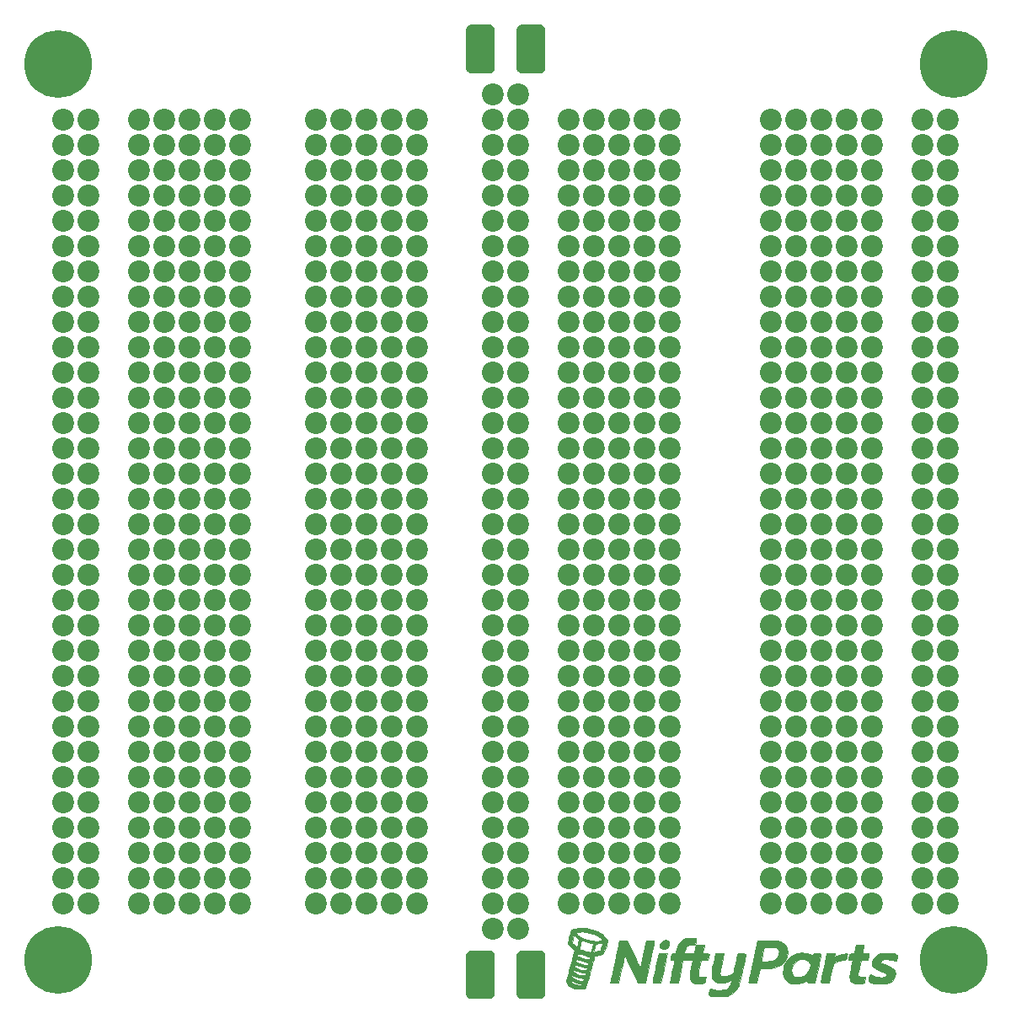
<source format=gbr>
G04 #@! TF.GenerationSoftware,KiCad,Pcbnew,(5.0.0-3-g5ebb6b6)*
G04 #@! TF.CreationDate,2019-05-14T13:45:27-04:00*
G04 #@! TF.ProjectId,Protoboard,50726F746F626F6172642E6B69636164,rev?*
G04 #@! TF.SameCoordinates,Original*
G04 #@! TF.FileFunction,Soldermask,Top*
G04 #@! TF.FilePolarity,Negative*
%FSLAX46Y46*%
G04 Gerber Fmt 4.6, Leading zero omitted, Abs format (unit mm)*
G04 Created by KiCad (PCBNEW (5.0.0-3-g5ebb6b6)) date Tuesday, May 14, 2019 at 01:45:27 PM*
%MOMM*%
%LPD*%
G01*
G04 APERTURE LIST*
%ADD10C,0.010000*%
%ADD11C,0.100000*%
%ADD12C,2.900000*%
%ADD13C,2.200000*%
%ADD14C,6.800000*%
%ADD15C,1.200000*%
G04 APERTURE END LIST*
D10*
G04 #@! TO.C,G\002A\002A\002A*
G36*
X191703417Y-115293016D02*
X191637214Y-115615321D01*
X191580589Y-115906343D01*
X191537660Y-116143673D01*
X191512547Y-116304900D01*
X191507727Y-116357698D01*
X191556057Y-116515500D01*
X191688229Y-116618025D01*
X191885018Y-116662024D01*
X192127200Y-116644247D01*
X192395548Y-116561443D01*
X192480804Y-116522181D01*
X192670369Y-116417083D01*
X192802644Y-116306941D01*
X192895091Y-116164567D01*
X192965172Y-115962772D01*
X193030349Y-115674366D01*
X193032639Y-115662954D01*
X193092575Y-115369207D01*
X193159574Y-115049368D01*
X193216971Y-114782613D01*
X193308862Y-114364091D01*
X193707158Y-114364091D01*
X193926546Y-114369638D01*
X194051236Y-114389140D01*
X194101577Y-114426883D01*
X194105455Y-114448024D01*
X194092273Y-114555335D01*
X194055641Y-114755647D01*
X193999927Y-115029906D01*
X193929498Y-115359061D01*
X193848722Y-115724059D01*
X193761967Y-116105846D01*
X193673601Y-116485371D01*
X193587993Y-116843581D01*
X193509509Y-117161423D01*
X193442518Y-117419844D01*
X193391388Y-117599793D01*
X193366705Y-117670393D01*
X193157776Y-118018713D01*
X192873926Y-118311640D01*
X192543351Y-118520297D01*
X192531904Y-118525443D01*
X192375718Y-118586516D01*
X192213858Y-118627764D01*
X192016141Y-118653727D01*
X191752387Y-118668941D01*
X191536591Y-118675097D01*
X191157615Y-118675376D01*
X190853376Y-118658707D01*
X190641996Y-118626207D01*
X190612955Y-118618063D01*
X190470571Y-118561278D01*
X190390157Y-118505676D01*
X190383411Y-118489741D01*
X190400070Y-118316438D01*
X190435988Y-118135787D01*
X190481639Y-117983523D01*
X190527496Y-117895383D01*
X190544333Y-117886079D01*
X190636146Y-117902286D01*
X190794162Y-117942926D01*
X190896334Y-117972670D01*
X191234305Y-118040478D01*
X191589652Y-118053562D01*
X191918725Y-118012843D01*
X192123795Y-117946751D01*
X192301976Y-117845281D01*
X192439373Y-117709543D01*
X192557143Y-117512465D01*
X192667197Y-117251473D01*
X192779501Y-116955912D01*
X192524651Y-117105264D01*
X192211462Y-117243135D01*
X191872743Y-117315760D01*
X191536399Y-117323478D01*
X191230337Y-117266629D01*
X190982463Y-117145552D01*
X190912163Y-117085624D01*
X190804135Y-116961234D01*
X190729906Y-116827132D01*
X190688867Y-116666535D01*
X190680407Y-116462656D01*
X190703918Y-116198711D01*
X190758789Y-115857913D01*
X190844411Y-115423478D01*
X190850704Y-115393152D01*
X191064678Y-114364091D01*
X191899107Y-114364091D01*
X191703417Y-115293016D01*
X191703417Y-115293016D01*
G37*
X191703417Y-115293016D02*
X191637214Y-115615321D01*
X191580589Y-115906343D01*
X191537660Y-116143673D01*
X191512547Y-116304900D01*
X191507727Y-116357698D01*
X191556057Y-116515500D01*
X191688229Y-116618025D01*
X191885018Y-116662024D01*
X192127200Y-116644247D01*
X192395548Y-116561443D01*
X192480804Y-116522181D01*
X192670369Y-116417083D01*
X192802644Y-116306941D01*
X192895091Y-116164567D01*
X192965172Y-115962772D01*
X193030349Y-115674366D01*
X193032639Y-115662954D01*
X193092575Y-115369207D01*
X193159574Y-115049368D01*
X193216971Y-114782613D01*
X193308862Y-114364091D01*
X193707158Y-114364091D01*
X193926546Y-114369638D01*
X194051236Y-114389140D01*
X194101577Y-114426883D01*
X194105455Y-114448024D01*
X194092273Y-114555335D01*
X194055641Y-114755647D01*
X193999927Y-115029906D01*
X193929498Y-115359061D01*
X193848722Y-115724059D01*
X193761967Y-116105846D01*
X193673601Y-116485371D01*
X193587993Y-116843581D01*
X193509509Y-117161423D01*
X193442518Y-117419844D01*
X193391388Y-117599793D01*
X193366705Y-117670393D01*
X193157776Y-118018713D01*
X192873926Y-118311640D01*
X192543351Y-118520297D01*
X192531904Y-118525443D01*
X192375718Y-118586516D01*
X192213858Y-118627764D01*
X192016141Y-118653727D01*
X191752387Y-118668941D01*
X191536591Y-118675097D01*
X191157615Y-118675376D01*
X190853376Y-118658707D01*
X190641996Y-118626207D01*
X190612955Y-118618063D01*
X190470571Y-118561278D01*
X190390157Y-118505676D01*
X190383411Y-118489741D01*
X190400070Y-118316438D01*
X190435988Y-118135787D01*
X190481639Y-117983523D01*
X190527496Y-117895383D01*
X190544333Y-117886079D01*
X190636146Y-117902286D01*
X190794162Y-117942926D01*
X190896334Y-117972670D01*
X191234305Y-118040478D01*
X191589652Y-118053562D01*
X191918725Y-118012843D01*
X192123795Y-117946751D01*
X192301976Y-117845281D01*
X192439373Y-117709543D01*
X192557143Y-117512465D01*
X192667197Y-117251473D01*
X192779501Y-116955912D01*
X192524651Y-117105264D01*
X192211462Y-117243135D01*
X191872743Y-117315760D01*
X191536399Y-117323478D01*
X191230337Y-117266629D01*
X190982463Y-117145552D01*
X190912163Y-117085624D01*
X190804135Y-116961234D01*
X190729906Y-116827132D01*
X190688867Y-116666535D01*
X190680407Y-116462656D01*
X190703918Y-116198711D01*
X190758789Y-115857913D01*
X190844411Y-115423478D01*
X190850704Y-115393152D01*
X191064678Y-114364091D01*
X191899107Y-114364091D01*
X191703417Y-115293016D01*
G36*
X177860501Y-111781442D02*
X178064466Y-111822491D01*
X178325123Y-111883569D01*
X178615360Y-111958656D01*
X178657162Y-111970040D01*
X178959653Y-112054217D01*
X179178648Y-112122251D01*
X179342106Y-112188124D01*
X179477985Y-112265820D01*
X179614244Y-112369320D01*
X179778842Y-112512608D01*
X179825575Y-112554388D01*
X180007046Y-112725829D01*
X180149937Y-112877997D01*
X180235253Y-112989701D01*
X180250909Y-113028899D01*
X180231315Y-113150982D01*
X180179090Y-113341061D01*
X180104069Y-113572431D01*
X180016089Y-113818387D01*
X179924984Y-114052225D01*
X179840592Y-114247240D01*
X179772747Y-114376726D01*
X179740810Y-114413861D01*
X179635233Y-114450770D01*
X179458020Y-114497636D01*
X179284546Y-114536446D01*
X179085588Y-114582176D01*
X178970752Y-114628508D01*
X178910113Y-114694025D01*
X178875608Y-114790381D01*
X178847184Y-114895692D01*
X178793595Y-115094575D01*
X178719666Y-115369107D01*
X178630224Y-115701368D01*
X178530093Y-116073437D01*
X178461918Y-116326818D01*
X178338134Y-116774950D01*
X178226350Y-117155940D01*
X178130030Y-117458993D01*
X178052636Y-117673314D01*
X177997632Y-117788108D01*
X177990008Y-117797767D01*
X177851156Y-117876668D01*
X177633945Y-117922869D01*
X177370990Y-117935514D01*
X177094905Y-117913751D01*
X176838306Y-117856727D01*
X176763098Y-117829878D01*
X176487563Y-117687858D01*
X176272577Y-117514300D01*
X176136537Y-117327506D01*
X176096730Y-117166971D01*
X176106767Y-117101253D01*
X176498636Y-117101253D01*
X176551563Y-117220996D01*
X176691147Y-117333290D01*
X176888601Y-117429557D01*
X177115133Y-117501222D01*
X177341952Y-117539706D01*
X177540270Y-117536432D01*
X177681295Y-117482825D01*
X177704318Y-117460442D01*
X177720876Y-117416102D01*
X177669367Y-117386149D01*
X177531646Y-117364166D01*
X177397463Y-117351922D01*
X176989678Y-117273715D01*
X176761986Y-117174862D01*
X176590928Y-117091616D01*
X176507427Y-117081874D01*
X176498636Y-117101253D01*
X176106767Y-117101253D01*
X176112384Y-117064482D01*
X176155299Y-116867972D01*
X176209096Y-116644914D01*
X176613243Y-116644914D01*
X176674303Y-116762036D01*
X176808296Y-116882650D01*
X176996850Y-116990463D01*
X177221594Y-117069186D01*
X177235489Y-117072548D01*
X177424464Y-117113762D01*
X177546847Y-117125868D01*
X177647623Y-117109418D01*
X177736015Y-117078701D01*
X177864522Y-117006937D01*
X177882947Y-116937481D01*
X177796550Y-116877732D01*
X177610589Y-116835091D01*
X177558466Y-116828908D01*
X177310360Y-116781780D01*
X177054433Y-116700841D01*
X176952861Y-116656740D01*
X176792843Y-116584954D01*
X176678423Y-116547384D01*
X176643486Y-116547575D01*
X176613243Y-116644914D01*
X176209096Y-116644914D01*
X176221256Y-116594499D01*
X176306035Y-116261123D01*
X176338842Y-116136925D01*
X176745620Y-116136925D01*
X176779500Y-116213795D01*
X176893457Y-116300166D01*
X177074384Y-116398977D01*
X177375215Y-116518735D01*
X177669232Y-116557636D01*
X177685667Y-116557727D01*
X177863868Y-116552203D01*
X177958323Y-116526806D01*
X178000554Y-116468301D01*
X178012307Y-116420560D01*
X178018947Y-116344554D01*
X177985761Y-116300167D01*
X177888128Y-116274922D01*
X177701430Y-116256340D01*
X177685829Y-116255082D01*
X177441873Y-116217436D01*
X177199081Y-116151655D01*
X177078082Y-116103545D01*
X176912632Y-116033130D01*
X176818576Y-116021540D01*
X176777228Y-116052546D01*
X176745620Y-116136925D01*
X176338842Y-116136925D01*
X176405416Y-115884902D01*
X176491739Y-115567918D01*
X176899839Y-115567918D01*
X176924488Y-115669095D01*
X176986011Y-115746801D01*
X177154582Y-115851761D01*
X177368333Y-115936553D01*
X177599328Y-115996326D01*
X177819636Y-116026226D01*
X178001322Y-116021400D01*
X178116452Y-115976996D01*
X178137688Y-115946869D01*
X178167864Y-115826856D01*
X178125288Y-115767824D01*
X177991172Y-115749933D01*
X177950855Y-115749545D01*
X177728108Y-115721825D01*
X177430047Y-115643181D01*
X177081361Y-115520392D01*
X177003750Y-115489525D01*
X176927147Y-115495202D01*
X176899839Y-115567918D01*
X176491739Y-115567918D01*
X176497300Y-115547500D01*
X176629708Y-115067840D01*
X177045904Y-115067840D01*
X177070732Y-115152651D01*
X177193485Y-115247468D01*
X177398257Y-115342989D01*
X177661399Y-115427839D01*
X177923949Y-115490957D01*
X178099302Y-115511072D01*
X178207915Y-115486897D01*
X178270249Y-115417143D01*
X178282388Y-115388750D01*
X178300123Y-115319986D01*
X178276477Y-115274060D01*
X178190030Y-115238646D01*
X178019363Y-115201420D01*
X177926485Y-115183960D01*
X177683573Y-115128291D01*
X177452020Y-115057628D01*
X177299140Y-114995173D01*
X177165188Y-114937747D01*
X177085530Y-114924672D01*
X177075909Y-114935469D01*
X177056807Y-115035705D01*
X177045904Y-115067840D01*
X176629708Y-115067840D01*
X176790949Y-114483732D01*
X177192887Y-114483732D01*
X177213999Y-114603488D01*
X177301039Y-114706272D01*
X177321250Y-114718502D01*
X177643719Y-114849204D01*
X177987619Y-114918423D01*
X178172727Y-114924406D01*
X178338808Y-114907427D01*
X178420975Y-114866544D01*
X178449770Y-114791598D01*
X178446398Y-114734091D01*
X178404981Y-114686315D01*
X178306617Y-114638985D01*
X178132406Y-114582810D01*
X177886005Y-114514557D01*
X177639648Y-114452927D01*
X177433434Y-114409860D01*
X177293395Y-114390295D01*
X177248167Y-114393525D01*
X177192887Y-114483732D01*
X176790949Y-114483732D01*
X176895686Y-114104318D01*
X176722864Y-113928637D01*
X177432457Y-113928637D01*
X177435502Y-113934744D01*
X177501304Y-113963192D01*
X177647611Y-114012098D01*
X177843326Y-114072352D01*
X178057350Y-114134844D01*
X178258583Y-114190466D01*
X178415927Y-114230109D01*
X178493054Y-114244520D01*
X178501669Y-114234893D01*
X178822049Y-114234893D01*
X179121569Y-114165267D01*
X179302269Y-114119116D01*
X179438334Y-114076872D01*
X179481589Y-114058250D01*
X179522896Y-113991572D01*
X179578459Y-113853014D01*
X179637130Y-113678316D01*
X179687763Y-113503214D01*
X179719209Y-113363448D01*
X179720320Y-113294754D01*
X179719894Y-113294287D01*
X179657213Y-113294593D01*
X179516854Y-113316728D01*
X179385716Y-113343626D01*
X179071889Y-113413317D01*
X178822049Y-114234893D01*
X178501669Y-114234893D01*
X178537092Y-114195309D01*
X178598474Y-114061374D01*
X178665229Y-113869663D01*
X178677183Y-113830114D01*
X178731478Y-113625040D01*
X178762259Y-113464768D01*
X178764029Y-113379216D01*
X178760947Y-113374157D01*
X178689992Y-113342799D01*
X178536298Y-113292330D01*
X178329013Y-113232103D01*
X178259318Y-113213152D01*
X178032442Y-113152073D01*
X177840974Y-113099852D01*
X177718539Y-113065678D01*
X177701911Y-113060807D01*
X177647608Y-113066277D01*
X177600578Y-113132131D01*
X177551523Y-113277415D01*
X177503921Y-113466397D01*
X177459447Y-113676489D01*
X177434179Y-113840476D01*
X177432457Y-113928637D01*
X176722864Y-113928637D01*
X176581706Y-113785144D01*
X176424548Y-113610081D01*
X176313582Y-113456280D01*
X176267978Y-113350598D01*
X176267727Y-113345251D01*
X176273709Y-113295256D01*
X176664072Y-113295256D01*
X176902753Y-113517896D01*
X177036593Y-113633840D01*
X177135173Y-113702784D01*
X177170149Y-113711820D01*
X177197138Y-113644729D01*
X177239363Y-113497793D01*
X177283748Y-113319242D01*
X177368631Y-112955377D01*
X177113119Y-112699865D01*
X176857606Y-112444353D01*
X176760839Y-112869804D01*
X176664072Y-113295256D01*
X176273709Y-113295256D01*
X176279605Y-113245989D01*
X176311185Y-113070462D01*
X176356390Y-112846266D01*
X176409143Y-112600996D01*
X176463366Y-112362248D01*
X176483127Y-112280746D01*
X177075909Y-112280746D01*
X177113967Y-112339731D01*
X177211938Y-112449727D01*
X177302481Y-112541447D01*
X177416247Y-112642279D01*
X177539104Y-112722387D01*
X177697097Y-112793566D01*
X177916271Y-112867613D01*
X178211686Y-112953261D01*
X178541358Y-113043216D01*
X178786593Y-113102308D01*
X178973456Y-113133122D01*
X179128016Y-113138242D01*
X179276338Y-113120253D01*
X179444488Y-113081738D01*
X179461989Y-113077223D01*
X179741023Y-113004854D01*
X179456520Y-112764957D01*
X179318908Y-112657465D01*
X179179202Y-112572777D01*
X179010094Y-112499090D01*
X178784277Y-112424606D01*
X178474444Y-112337522D01*
X178455894Y-112332528D01*
X178144387Y-112251326D01*
X177915228Y-112199862D01*
X177740291Y-112174328D01*
X177591452Y-112170917D01*
X177440585Y-112185821D01*
X177407841Y-112190642D01*
X177230075Y-112223942D01*
X177109614Y-112258330D01*
X177075909Y-112280746D01*
X176483127Y-112280746D01*
X176512982Y-112157617D01*
X176551912Y-112014698D01*
X176572368Y-111962026D01*
X176641551Y-111938329D01*
X176794691Y-111904712D01*
X177001274Y-111866283D01*
X177230785Y-111828153D01*
X177452708Y-111795432D01*
X177636531Y-111773228D01*
X177740337Y-111766442D01*
X177860501Y-111781442D01*
X177860501Y-111781442D01*
G37*
X177860501Y-111781442D02*
X178064466Y-111822491D01*
X178325123Y-111883569D01*
X178615360Y-111958656D01*
X178657162Y-111970040D01*
X178959653Y-112054217D01*
X179178648Y-112122251D01*
X179342106Y-112188124D01*
X179477985Y-112265820D01*
X179614244Y-112369320D01*
X179778842Y-112512608D01*
X179825575Y-112554388D01*
X180007046Y-112725829D01*
X180149937Y-112877997D01*
X180235253Y-112989701D01*
X180250909Y-113028899D01*
X180231315Y-113150982D01*
X180179090Y-113341061D01*
X180104069Y-113572431D01*
X180016089Y-113818387D01*
X179924984Y-114052225D01*
X179840592Y-114247240D01*
X179772747Y-114376726D01*
X179740810Y-114413861D01*
X179635233Y-114450770D01*
X179458020Y-114497636D01*
X179284546Y-114536446D01*
X179085588Y-114582176D01*
X178970752Y-114628508D01*
X178910113Y-114694025D01*
X178875608Y-114790381D01*
X178847184Y-114895692D01*
X178793595Y-115094575D01*
X178719666Y-115369107D01*
X178630224Y-115701368D01*
X178530093Y-116073437D01*
X178461918Y-116326818D01*
X178338134Y-116774950D01*
X178226350Y-117155940D01*
X178130030Y-117458993D01*
X178052636Y-117673314D01*
X177997632Y-117788108D01*
X177990008Y-117797767D01*
X177851156Y-117876668D01*
X177633945Y-117922869D01*
X177370990Y-117935514D01*
X177094905Y-117913751D01*
X176838306Y-117856727D01*
X176763098Y-117829878D01*
X176487563Y-117687858D01*
X176272577Y-117514300D01*
X176136537Y-117327506D01*
X176096730Y-117166971D01*
X176106767Y-117101253D01*
X176498636Y-117101253D01*
X176551563Y-117220996D01*
X176691147Y-117333290D01*
X176888601Y-117429557D01*
X177115133Y-117501222D01*
X177341952Y-117539706D01*
X177540270Y-117536432D01*
X177681295Y-117482825D01*
X177704318Y-117460442D01*
X177720876Y-117416102D01*
X177669367Y-117386149D01*
X177531646Y-117364166D01*
X177397463Y-117351922D01*
X176989678Y-117273715D01*
X176761986Y-117174862D01*
X176590928Y-117091616D01*
X176507427Y-117081874D01*
X176498636Y-117101253D01*
X176106767Y-117101253D01*
X176112384Y-117064482D01*
X176155299Y-116867972D01*
X176209096Y-116644914D01*
X176613243Y-116644914D01*
X176674303Y-116762036D01*
X176808296Y-116882650D01*
X176996850Y-116990463D01*
X177221594Y-117069186D01*
X177235489Y-117072548D01*
X177424464Y-117113762D01*
X177546847Y-117125868D01*
X177647623Y-117109418D01*
X177736015Y-117078701D01*
X177864522Y-117006937D01*
X177882947Y-116937481D01*
X177796550Y-116877732D01*
X177610589Y-116835091D01*
X177558466Y-116828908D01*
X177310360Y-116781780D01*
X177054433Y-116700841D01*
X176952861Y-116656740D01*
X176792843Y-116584954D01*
X176678423Y-116547384D01*
X176643486Y-116547575D01*
X176613243Y-116644914D01*
X176209096Y-116644914D01*
X176221256Y-116594499D01*
X176306035Y-116261123D01*
X176338842Y-116136925D01*
X176745620Y-116136925D01*
X176779500Y-116213795D01*
X176893457Y-116300166D01*
X177074384Y-116398977D01*
X177375215Y-116518735D01*
X177669232Y-116557636D01*
X177685667Y-116557727D01*
X177863868Y-116552203D01*
X177958323Y-116526806D01*
X178000554Y-116468301D01*
X178012307Y-116420560D01*
X178018947Y-116344554D01*
X177985761Y-116300167D01*
X177888128Y-116274922D01*
X177701430Y-116256340D01*
X177685829Y-116255082D01*
X177441873Y-116217436D01*
X177199081Y-116151655D01*
X177078082Y-116103545D01*
X176912632Y-116033130D01*
X176818576Y-116021540D01*
X176777228Y-116052546D01*
X176745620Y-116136925D01*
X176338842Y-116136925D01*
X176405416Y-115884902D01*
X176491739Y-115567918D01*
X176899839Y-115567918D01*
X176924488Y-115669095D01*
X176986011Y-115746801D01*
X177154582Y-115851761D01*
X177368333Y-115936553D01*
X177599328Y-115996326D01*
X177819636Y-116026226D01*
X178001322Y-116021400D01*
X178116452Y-115976996D01*
X178137688Y-115946869D01*
X178167864Y-115826856D01*
X178125288Y-115767824D01*
X177991172Y-115749933D01*
X177950855Y-115749545D01*
X177728108Y-115721825D01*
X177430047Y-115643181D01*
X177081361Y-115520392D01*
X177003750Y-115489525D01*
X176927147Y-115495202D01*
X176899839Y-115567918D01*
X176491739Y-115567918D01*
X176497300Y-115547500D01*
X176629708Y-115067840D01*
X177045904Y-115067840D01*
X177070732Y-115152651D01*
X177193485Y-115247468D01*
X177398257Y-115342989D01*
X177661399Y-115427839D01*
X177923949Y-115490957D01*
X178099302Y-115511072D01*
X178207915Y-115486897D01*
X178270249Y-115417143D01*
X178282388Y-115388750D01*
X178300123Y-115319986D01*
X178276477Y-115274060D01*
X178190030Y-115238646D01*
X178019363Y-115201420D01*
X177926485Y-115183960D01*
X177683573Y-115128291D01*
X177452020Y-115057628D01*
X177299140Y-114995173D01*
X177165188Y-114937747D01*
X177085530Y-114924672D01*
X177075909Y-114935469D01*
X177056807Y-115035705D01*
X177045904Y-115067840D01*
X176629708Y-115067840D01*
X176790949Y-114483732D01*
X177192887Y-114483732D01*
X177213999Y-114603488D01*
X177301039Y-114706272D01*
X177321250Y-114718502D01*
X177643719Y-114849204D01*
X177987619Y-114918423D01*
X178172727Y-114924406D01*
X178338808Y-114907427D01*
X178420975Y-114866544D01*
X178449770Y-114791598D01*
X178446398Y-114734091D01*
X178404981Y-114686315D01*
X178306617Y-114638985D01*
X178132406Y-114582810D01*
X177886005Y-114514557D01*
X177639648Y-114452927D01*
X177433434Y-114409860D01*
X177293395Y-114390295D01*
X177248167Y-114393525D01*
X177192887Y-114483732D01*
X176790949Y-114483732D01*
X176895686Y-114104318D01*
X176722864Y-113928637D01*
X177432457Y-113928637D01*
X177435502Y-113934744D01*
X177501304Y-113963192D01*
X177647611Y-114012098D01*
X177843326Y-114072352D01*
X178057350Y-114134844D01*
X178258583Y-114190466D01*
X178415927Y-114230109D01*
X178493054Y-114244520D01*
X178501669Y-114234893D01*
X178822049Y-114234893D01*
X179121569Y-114165267D01*
X179302269Y-114119116D01*
X179438334Y-114076872D01*
X179481589Y-114058250D01*
X179522896Y-113991572D01*
X179578459Y-113853014D01*
X179637130Y-113678316D01*
X179687763Y-113503214D01*
X179719209Y-113363448D01*
X179720320Y-113294754D01*
X179719894Y-113294287D01*
X179657213Y-113294593D01*
X179516854Y-113316728D01*
X179385716Y-113343626D01*
X179071889Y-113413317D01*
X178822049Y-114234893D01*
X178501669Y-114234893D01*
X178537092Y-114195309D01*
X178598474Y-114061374D01*
X178665229Y-113869663D01*
X178677183Y-113830114D01*
X178731478Y-113625040D01*
X178762259Y-113464768D01*
X178764029Y-113379216D01*
X178760947Y-113374157D01*
X178689992Y-113342799D01*
X178536298Y-113292330D01*
X178329013Y-113232103D01*
X178259318Y-113213152D01*
X178032442Y-113152073D01*
X177840974Y-113099852D01*
X177718539Y-113065678D01*
X177701911Y-113060807D01*
X177647608Y-113066277D01*
X177600578Y-113132131D01*
X177551523Y-113277415D01*
X177503921Y-113466397D01*
X177459447Y-113676489D01*
X177434179Y-113840476D01*
X177432457Y-113928637D01*
X176722864Y-113928637D01*
X176581706Y-113785144D01*
X176424548Y-113610081D01*
X176313582Y-113456280D01*
X176267978Y-113350598D01*
X176267727Y-113345251D01*
X176273709Y-113295256D01*
X176664072Y-113295256D01*
X176902753Y-113517896D01*
X177036593Y-113633840D01*
X177135173Y-113702784D01*
X177170149Y-113711820D01*
X177197138Y-113644729D01*
X177239363Y-113497793D01*
X177283748Y-113319242D01*
X177368631Y-112955377D01*
X177113119Y-112699865D01*
X176857606Y-112444353D01*
X176760839Y-112869804D01*
X176664072Y-113295256D01*
X176273709Y-113295256D01*
X176279605Y-113245989D01*
X176311185Y-113070462D01*
X176356390Y-112846266D01*
X176409143Y-112600996D01*
X176463366Y-112362248D01*
X176483127Y-112280746D01*
X177075909Y-112280746D01*
X177113967Y-112339731D01*
X177211938Y-112449727D01*
X177302481Y-112541447D01*
X177416247Y-112642279D01*
X177539104Y-112722387D01*
X177697097Y-112793566D01*
X177916271Y-112867613D01*
X178211686Y-112953261D01*
X178541358Y-113043216D01*
X178786593Y-113102308D01*
X178973456Y-113133122D01*
X179128016Y-113138242D01*
X179276338Y-113120253D01*
X179444488Y-113081738D01*
X179461989Y-113077223D01*
X179741023Y-113004854D01*
X179456520Y-112764957D01*
X179318908Y-112657465D01*
X179179202Y-112572777D01*
X179010094Y-112499090D01*
X178784277Y-112424606D01*
X178474444Y-112337522D01*
X178455894Y-112332528D01*
X178144387Y-112251326D01*
X177915228Y-112199862D01*
X177740291Y-112174328D01*
X177591452Y-112170917D01*
X177440585Y-112185821D01*
X177407841Y-112190642D01*
X177230075Y-112223942D01*
X177109614Y-112258330D01*
X177075909Y-112280746D01*
X176483127Y-112280746D01*
X176512982Y-112157617D01*
X176551912Y-112014698D01*
X176572368Y-111962026D01*
X176641551Y-111938329D01*
X176794691Y-111904712D01*
X177001274Y-111866283D01*
X177230785Y-111828153D01*
X177452708Y-111795432D01*
X177636531Y-111773228D01*
X177740337Y-111766442D01*
X177860501Y-111781442D01*
G36*
X188817450Y-112785871D02*
X188987414Y-112806485D01*
X189079108Y-112836334D01*
X189081585Y-112838544D01*
X189112320Y-112923771D01*
X189098046Y-113086188D01*
X189074149Y-113201321D01*
X189004711Y-113502145D01*
X188762913Y-113465885D01*
X188486498Y-113467800D01*
X188267376Y-113566805D01*
X188103003Y-113765172D01*
X187990836Y-114065173D01*
X187966769Y-114176477D01*
X187931523Y-114364091D01*
X188944885Y-114364091D01*
X189028465Y-113945568D01*
X189112046Y-113527045D01*
X189532312Y-113510049D01*
X189747945Y-113502973D01*
X189871082Y-113508045D01*
X189924554Y-113532024D01*
X189931192Y-113581665D01*
X189922438Y-113625504D01*
X189860655Y-113902068D01*
X189812969Y-114125581D01*
X189783991Y-114273947D01*
X189777320Y-114320795D01*
X189829014Y-114343511D01*
X189964930Y-114359189D01*
X190126163Y-114364091D01*
X190319351Y-114368054D01*
X190420508Y-114384836D01*
X190452926Y-114421778D01*
X190446741Y-114465114D01*
X190416993Y-114588547D01*
X190383080Y-114758290D01*
X190378699Y-114782614D01*
X190340333Y-114999091D01*
X189627860Y-114999091D01*
X189464686Y-115773745D01*
X189407874Y-116061510D01*
X189365777Y-116310851D01*
X189341700Y-116499077D01*
X189338948Y-116603497D01*
X189342273Y-116614351D01*
X189463495Y-116709622D01*
X189655199Y-116749432D01*
X189867634Y-116729751D01*
X190010668Y-116700588D01*
X190093759Y-116689564D01*
X190100987Y-116690803D01*
X190096792Y-116748525D01*
X190074461Y-116884929D01*
X190051789Y-117004477D01*
X190009908Y-117183393D01*
X189958412Y-117282693D01*
X189871419Y-117337062D01*
X189782817Y-117364951D01*
X189491843Y-117413445D01*
X189188601Y-117411323D01*
X188925267Y-117360046D01*
X188871062Y-117339405D01*
X188711837Y-117241511D01*
X188598767Y-117099979D01*
X188531400Y-116904940D01*
X188509282Y-116646524D01*
X188531958Y-116314864D01*
X188598977Y-115900089D01*
X188709885Y-115392332D01*
X188770277Y-115145654D01*
X188808240Y-114994396D01*
X188299867Y-115011175D01*
X187791493Y-115027954D01*
X187554903Y-116153636D01*
X187318312Y-117279318D01*
X186894955Y-117296419D01*
X186678371Y-117303587D01*
X186554526Y-117298784D01*
X186500824Y-117275323D01*
X186494669Y-117226521D01*
X186504732Y-117180964D01*
X186533806Y-117055472D01*
X186578388Y-116852046D01*
X186633919Y-116592627D01*
X186695838Y-116299158D01*
X186759586Y-115993579D01*
X186820601Y-115697833D01*
X186874325Y-115433860D01*
X186916197Y-115223603D01*
X186941657Y-115089002D01*
X186947273Y-115051589D01*
X186896401Y-115017306D01*
X186770845Y-114999709D01*
X186738969Y-114999091D01*
X186602931Y-114992155D01*
X186554267Y-114954835D01*
X186565036Y-114862357D01*
X186568578Y-114848038D01*
X186609944Y-114670890D01*
X186639779Y-114530538D01*
X186676490Y-114419320D01*
X186752178Y-114372836D01*
X186886206Y-114364091D01*
X187099344Y-114364091D01*
X187200762Y-113933901D01*
X187338393Y-113517188D01*
X187534881Y-113198237D01*
X187796041Y-112972263D01*
X188127687Y-112834480D01*
X188535633Y-112780101D01*
X188603995Y-112778841D01*
X188817450Y-112785871D01*
X188817450Y-112785871D01*
G37*
X188817450Y-112785871D02*
X188987414Y-112806485D01*
X189079108Y-112836334D01*
X189081585Y-112838544D01*
X189112320Y-112923771D01*
X189098046Y-113086188D01*
X189074149Y-113201321D01*
X189004711Y-113502145D01*
X188762913Y-113465885D01*
X188486498Y-113467800D01*
X188267376Y-113566805D01*
X188103003Y-113765172D01*
X187990836Y-114065173D01*
X187966769Y-114176477D01*
X187931523Y-114364091D01*
X188944885Y-114364091D01*
X189028465Y-113945568D01*
X189112046Y-113527045D01*
X189532312Y-113510049D01*
X189747945Y-113502973D01*
X189871082Y-113508045D01*
X189924554Y-113532024D01*
X189931192Y-113581665D01*
X189922438Y-113625504D01*
X189860655Y-113902068D01*
X189812969Y-114125581D01*
X189783991Y-114273947D01*
X189777320Y-114320795D01*
X189829014Y-114343511D01*
X189964930Y-114359189D01*
X190126163Y-114364091D01*
X190319351Y-114368054D01*
X190420508Y-114384836D01*
X190452926Y-114421778D01*
X190446741Y-114465114D01*
X190416993Y-114588547D01*
X190383080Y-114758290D01*
X190378699Y-114782614D01*
X190340333Y-114999091D01*
X189627860Y-114999091D01*
X189464686Y-115773745D01*
X189407874Y-116061510D01*
X189365777Y-116310851D01*
X189341700Y-116499077D01*
X189338948Y-116603497D01*
X189342273Y-116614351D01*
X189463495Y-116709622D01*
X189655199Y-116749432D01*
X189867634Y-116729751D01*
X190010668Y-116700588D01*
X190093759Y-116689564D01*
X190100987Y-116690803D01*
X190096792Y-116748525D01*
X190074461Y-116884929D01*
X190051789Y-117004477D01*
X190009908Y-117183393D01*
X189958412Y-117282693D01*
X189871419Y-117337062D01*
X189782817Y-117364951D01*
X189491843Y-117413445D01*
X189188601Y-117411323D01*
X188925267Y-117360046D01*
X188871062Y-117339405D01*
X188711837Y-117241511D01*
X188598767Y-117099979D01*
X188531400Y-116904940D01*
X188509282Y-116646524D01*
X188531958Y-116314864D01*
X188598977Y-115900089D01*
X188709885Y-115392332D01*
X188770277Y-115145654D01*
X188808240Y-114994396D01*
X188299867Y-115011175D01*
X187791493Y-115027954D01*
X187554903Y-116153636D01*
X187318312Y-117279318D01*
X186894955Y-117296419D01*
X186678371Y-117303587D01*
X186554526Y-117298784D01*
X186500824Y-117275323D01*
X186494669Y-117226521D01*
X186504732Y-117180964D01*
X186533806Y-117055472D01*
X186578388Y-116852046D01*
X186633919Y-116592627D01*
X186695838Y-116299158D01*
X186759586Y-115993579D01*
X186820601Y-115697833D01*
X186874325Y-115433860D01*
X186916197Y-115223603D01*
X186941657Y-115089002D01*
X186947273Y-115051589D01*
X186896401Y-115017306D01*
X186770845Y-114999709D01*
X186738969Y-114999091D01*
X186602931Y-114992155D01*
X186554267Y-114954835D01*
X186565036Y-114862357D01*
X186568578Y-114848038D01*
X186609944Y-114670890D01*
X186639779Y-114530538D01*
X186676490Y-114419320D01*
X186752178Y-114372836D01*
X186886206Y-114364091D01*
X187099344Y-114364091D01*
X187200762Y-113933901D01*
X187338393Y-113517188D01*
X187534881Y-113198237D01*
X187796041Y-112972263D01*
X188127687Y-112834480D01*
X188535633Y-112780101D01*
X188603995Y-112778841D01*
X188817450Y-112785871D01*
G36*
X200075961Y-114302979D02*
X200289809Y-114331633D01*
X200465870Y-114387033D01*
X200530121Y-114416045D01*
X200708704Y-114498802D01*
X200807963Y-114530018D01*
X200850654Y-114512088D01*
X200859546Y-114450682D01*
X200883310Y-114403635D01*
X200968759Y-114376709D01*
X201137128Y-114365353D01*
X201263636Y-114364091D01*
X201504294Y-114373263D01*
X201639035Y-114400250D01*
X201667727Y-114429897D01*
X201656164Y-114502478D01*
X201623649Y-114671847D01*
X201573449Y-114921906D01*
X201508827Y-115236556D01*
X201433048Y-115599701D01*
X201369211Y-115901942D01*
X201070696Y-117308182D01*
X200676484Y-117308182D01*
X200466199Y-117304471D01*
X200346747Y-117288921D01*
X200293626Y-117254905D01*
X200282273Y-117201554D01*
X200273991Y-117144545D01*
X200232548Y-117133207D01*
X200133047Y-117170438D01*
X200000558Y-117234346D01*
X199739398Y-117326225D01*
X199419051Y-117385182D01*
X199086348Y-117406826D01*
X198788119Y-117386764D01*
X198665909Y-117359522D01*
X198340084Y-117206994D01*
X198095071Y-116975481D01*
X197936105Y-116673280D01*
X197868421Y-116308684D01*
X197870864Y-116099573D01*
X197886564Y-116013263D01*
X198706489Y-116013263D01*
X198727627Y-116301065D01*
X198836994Y-116522253D01*
X199027591Y-116670350D01*
X199292418Y-116738876D01*
X199624475Y-116721353D01*
X199860295Y-116664660D01*
X200111315Y-116533314D01*
X200329773Y-116315973D01*
X200491084Y-116041819D01*
X200555160Y-115839878D01*
X200588672Y-115610993D01*
X200586536Y-115434844D01*
X200574562Y-115386005D01*
X200434447Y-115174648D01*
X200213888Y-115026653D01*
X199934290Y-114951010D01*
X199617057Y-114956708D01*
X199570890Y-114964503D01*
X199376775Y-115042570D01*
X199163731Y-115190927D01*
X198967295Y-115378061D01*
X198823002Y-115572460D01*
X198780581Y-115665326D01*
X198706489Y-116013263D01*
X197886564Y-116013263D01*
X197956959Y-115626282D01*
X198139390Y-115205071D01*
X198410736Y-114847387D01*
X198763579Y-114564675D01*
X198922820Y-114476647D01*
X199125392Y-114383823D01*
X199296227Y-114329059D01*
X199481300Y-114302669D01*
X199726585Y-114294968D01*
X199785933Y-114294818D01*
X200075961Y-114302979D01*
X200075961Y-114302979D01*
G37*
X200075961Y-114302979D02*
X200289809Y-114331633D01*
X200465870Y-114387033D01*
X200530121Y-114416045D01*
X200708704Y-114498802D01*
X200807963Y-114530018D01*
X200850654Y-114512088D01*
X200859546Y-114450682D01*
X200883310Y-114403635D01*
X200968759Y-114376709D01*
X201137128Y-114365353D01*
X201263636Y-114364091D01*
X201504294Y-114373263D01*
X201639035Y-114400250D01*
X201667727Y-114429897D01*
X201656164Y-114502478D01*
X201623649Y-114671847D01*
X201573449Y-114921906D01*
X201508827Y-115236556D01*
X201433048Y-115599701D01*
X201369211Y-115901942D01*
X201070696Y-117308182D01*
X200676484Y-117308182D01*
X200466199Y-117304471D01*
X200346747Y-117288921D01*
X200293626Y-117254905D01*
X200282273Y-117201554D01*
X200273991Y-117144545D01*
X200232548Y-117133207D01*
X200133047Y-117170438D01*
X200000558Y-117234346D01*
X199739398Y-117326225D01*
X199419051Y-117385182D01*
X199086348Y-117406826D01*
X198788119Y-117386764D01*
X198665909Y-117359522D01*
X198340084Y-117206994D01*
X198095071Y-116975481D01*
X197936105Y-116673280D01*
X197868421Y-116308684D01*
X197870864Y-116099573D01*
X197886564Y-116013263D01*
X198706489Y-116013263D01*
X198727627Y-116301065D01*
X198836994Y-116522253D01*
X199027591Y-116670350D01*
X199292418Y-116738876D01*
X199624475Y-116721353D01*
X199860295Y-116664660D01*
X200111315Y-116533314D01*
X200329773Y-116315973D01*
X200491084Y-116041819D01*
X200555160Y-115839878D01*
X200588672Y-115610993D01*
X200586536Y-115434844D01*
X200574562Y-115386005D01*
X200434447Y-115174648D01*
X200213888Y-115026653D01*
X199934290Y-114951010D01*
X199617057Y-114956708D01*
X199570890Y-114964503D01*
X199376775Y-115042570D01*
X199163731Y-115190927D01*
X198967295Y-115378061D01*
X198823002Y-115572460D01*
X198780581Y-115665326D01*
X198706489Y-116013263D01*
X197886564Y-116013263D01*
X197956959Y-115626282D01*
X198139390Y-115205071D01*
X198410736Y-114847387D01*
X198763579Y-114564675D01*
X198922820Y-114476647D01*
X199125392Y-114383823D01*
X199296227Y-114329059D01*
X199481300Y-114302669D01*
X199726585Y-114294968D01*
X199785933Y-114294818D01*
X200075961Y-114302979D01*
G36*
X205930404Y-113516918D02*
X205995493Y-113535908D01*
X205996371Y-113538948D01*
X205983227Y-113615588D01*
X205949973Y-113768559D01*
X205911836Y-113931136D01*
X205867434Y-114120289D01*
X205836322Y-114262814D01*
X205826147Y-114320795D01*
X205877504Y-114343441D01*
X206013262Y-114359111D01*
X206176713Y-114364091D01*
X206370072Y-114366095D01*
X206472035Y-114379805D01*
X206506659Y-114416767D01*
X206498002Y-114488530D01*
X206491423Y-114515144D01*
X206450057Y-114692292D01*
X206420221Y-114832644D01*
X206395712Y-114924103D01*
X206349127Y-114973889D01*
X206250968Y-114994656D01*
X206071738Y-114999059D01*
X206032256Y-114999091D01*
X205677581Y-114999091D01*
X205514629Y-115785481D01*
X205450461Y-116101685D01*
X205409919Y-116324611D01*
X205391369Y-116473636D01*
X205393178Y-116568138D01*
X205413712Y-116627497D01*
X205440817Y-116661011D01*
X205589903Y-116734276D01*
X205813161Y-116744691D01*
X206015698Y-116709823D01*
X206118715Y-116689821D01*
X206156607Y-116719037D01*
X206147780Y-116824598D01*
X206136473Y-116887816D01*
X206086562Y-117119296D01*
X206028860Y-117261412D01*
X205945295Y-117339799D01*
X205817797Y-117380089D01*
X205785379Y-117385840D01*
X205418648Y-117419150D01*
X205101970Y-117393927D01*
X204922293Y-117340687D01*
X204756272Y-117242354D01*
X204641393Y-117106038D01*
X204575864Y-116918825D01*
X204557894Y-116667803D01*
X204585694Y-116340057D01*
X204657472Y-115922675D01*
X204698409Y-115726280D01*
X204754740Y-115463358D01*
X204800780Y-115243934D01*
X204831713Y-115091284D01*
X204842727Y-115028935D01*
X204791802Y-115009444D01*
X204666120Y-114999441D01*
X204634257Y-114999091D01*
X204425787Y-114999091D01*
X204464153Y-114782614D01*
X204505733Y-114567854D01*
X204547846Y-114442890D01*
X204608913Y-114383455D01*
X204707353Y-114365286D01*
X204781859Y-114364091D01*
X205001847Y-114364091D01*
X205082154Y-113945568D01*
X205162460Y-113527045D01*
X205579867Y-113510084D01*
X205782339Y-113507650D01*
X205930404Y-113516918D01*
X205930404Y-113516918D01*
G37*
X205930404Y-113516918D02*
X205995493Y-113535908D01*
X205996371Y-113538948D01*
X205983227Y-113615588D01*
X205949973Y-113768559D01*
X205911836Y-113931136D01*
X205867434Y-114120289D01*
X205836322Y-114262814D01*
X205826147Y-114320795D01*
X205877504Y-114343441D01*
X206013262Y-114359111D01*
X206176713Y-114364091D01*
X206370072Y-114366095D01*
X206472035Y-114379805D01*
X206506659Y-114416767D01*
X206498002Y-114488530D01*
X206491423Y-114515144D01*
X206450057Y-114692292D01*
X206420221Y-114832644D01*
X206395712Y-114924103D01*
X206349127Y-114973889D01*
X206250968Y-114994656D01*
X206071738Y-114999059D01*
X206032256Y-114999091D01*
X205677581Y-114999091D01*
X205514629Y-115785481D01*
X205450461Y-116101685D01*
X205409919Y-116324611D01*
X205391369Y-116473636D01*
X205393178Y-116568138D01*
X205413712Y-116627497D01*
X205440817Y-116661011D01*
X205589903Y-116734276D01*
X205813161Y-116744691D01*
X206015698Y-116709823D01*
X206118715Y-116689821D01*
X206156607Y-116719037D01*
X206147780Y-116824598D01*
X206136473Y-116887816D01*
X206086562Y-117119296D01*
X206028860Y-117261412D01*
X205945295Y-117339799D01*
X205817797Y-117380089D01*
X205785379Y-117385840D01*
X205418648Y-117419150D01*
X205101970Y-117393927D01*
X204922293Y-117340687D01*
X204756272Y-117242354D01*
X204641393Y-117106038D01*
X204575864Y-116918825D01*
X204557894Y-116667803D01*
X204585694Y-116340057D01*
X204657472Y-115922675D01*
X204698409Y-115726280D01*
X204754740Y-115463358D01*
X204800780Y-115243934D01*
X204831713Y-115091284D01*
X204842727Y-115028935D01*
X204791802Y-115009444D01*
X204666120Y-114999441D01*
X204634257Y-114999091D01*
X204425787Y-114999091D01*
X204464153Y-114782614D01*
X204505733Y-114567854D01*
X204547846Y-114442890D01*
X204608913Y-114383455D01*
X204707353Y-114365286D01*
X204781859Y-114364091D01*
X205001847Y-114364091D01*
X205082154Y-113945568D01*
X205162460Y-113527045D01*
X205579867Y-113510084D01*
X205782339Y-113507650D01*
X205930404Y-113516918D01*
G36*
X208714126Y-114315400D02*
X208975959Y-114350926D01*
X209181688Y-114402103D01*
X209305179Y-114467096D01*
X209320094Y-114485213D01*
X209334904Y-114579747D01*
X209325690Y-114738171D01*
X209298654Y-114912944D01*
X209259997Y-115056528D01*
X209240020Y-115099015D01*
X209185999Y-115131659D01*
X209076687Y-115117387D01*
X208894721Y-115055719D01*
X208610657Y-114974776D01*
X208330104Y-114941709D01*
X208074481Y-114953495D01*
X207865205Y-115007107D01*
X207723694Y-115099522D01*
X207671365Y-115227715D01*
X207671364Y-115228499D01*
X207685915Y-115284526D01*
X207740249Y-115338033D01*
X207850389Y-115396887D01*
X208032357Y-115468953D01*
X208302176Y-115562095D01*
X208450682Y-115611071D01*
X208779953Y-115753474D01*
X209002167Y-115933284D01*
X209121317Y-116156330D01*
X209141398Y-116428441D01*
X209116129Y-116582123D01*
X209000249Y-116881686D01*
X208802763Y-117110665D01*
X208519141Y-117271869D01*
X208144854Y-117368110D01*
X207798607Y-117399473D01*
X207530584Y-117401867D01*
X207271754Y-117391343D01*
X207069668Y-117370115D01*
X207036364Y-117363982D01*
X206744012Y-117289630D01*
X206558098Y-117209097D01*
X206469613Y-117117749D01*
X206459091Y-117066968D01*
X206472237Y-116937290D01*
X206505126Y-116775422D01*
X206547938Y-116617385D01*
X206590853Y-116499202D01*
X206624048Y-116456893D01*
X206625281Y-116457418D01*
X206877702Y-116573916D01*
X207163923Y-116670508D01*
X207447508Y-116738022D01*
X207692025Y-116767288D01*
X207824509Y-116759311D01*
X207964514Y-116730704D01*
X208083519Y-116706021D01*
X208230450Y-116633076D01*
X208286797Y-116507833D01*
X208270678Y-116416448D01*
X208202957Y-116357733D01*
X208055675Y-116283146D01*
X207860286Y-116208536D01*
X207853967Y-116206449D01*
X207486516Y-116073863D01*
X207216226Y-115947308D01*
X207025806Y-115817617D01*
X206926366Y-115714507D01*
X206820131Y-115494732D01*
X206809872Y-115249272D01*
X206885371Y-114997748D01*
X207036410Y-114759780D01*
X207252769Y-114554988D01*
X207524232Y-114402993D01*
X207628418Y-114366482D01*
X207853335Y-114321065D01*
X208126681Y-114298635D01*
X208422322Y-114297358D01*
X208714126Y-114315400D01*
X208714126Y-114315400D01*
G37*
X208714126Y-114315400D02*
X208975959Y-114350926D01*
X209181688Y-114402103D01*
X209305179Y-114467096D01*
X209320094Y-114485213D01*
X209334904Y-114579747D01*
X209325690Y-114738171D01*
X209298654Y-114912944D01*
X209259997Y-115056528D01*
X209240020Y-115099015D01*
X209185999Y-115131659D01*
X209076687Y-115117387D01*
X208894721Y-115055719D01*
X208610657Y-114974776D01*
X208330104Y-114941709D01*
X208074481Y-114953495D01*
X207865205Y-115007107D01*
X207723694Y-115099522D01*
X207671365Y-115227715D01*
X207671364Y-115228499D01*
X207685915Y-115284526D01*
X207740249Y-115338033D01*
X207850389Y-115396887D01*
X208032357Y-115468953D01*
X208302176Y-115562095D01*
X208450682Y-115611071D01*
X208779953Y-115753474D01*
X209002167Y-115933284D01*
X209121317Y-116156330D01*
X209141398Y-116428441D01*
X209116129Y-116582123D01*
X209000249Y-116881686D01*
X208802763Y-117110665D01*
X208519141Y-117271869D01*
X208144854Y-117368110D01*
X207798607Y-117399473D01*
X207530584Y-117401867D01*
X207271754Y-117391343D01*
X207069668Y-117370115D01*
X207036364Y-117363982D01*
X206744012Y-117289630D01*
X206558098Y-117209097D01*
X206469613Y-117117749D01*
X206459091Y-117066968D01*
X206472237Y-116937290D01*
X206505126Y-116775422D01*
X206547938Y-116617385D01*
X206590853Y-116499202D01*
X206624048Y-116456893D01*
X206625281Y-116457418D01*
X206877702Y-116573916D01*
X207163923Y-116670508D01*
X207447508Y-116738022D01*
X207692025Y-116767288D01*
X207824509Y-116759311D01*
X207964514Y-116730704D01*
X208083519Y-116706021D01*
X208230450Y-116633076D01*
X208286797Y-116507833D01*
X208270678Y-116416448D01*
X208202957Y-116357733D01*
X208055675Y-116283146D01*
X207860286Y-116208536D01*
X207853967Y-116206449D01*
X207486516Y-116073863D01*
X207216226Y-115947308D01*
X207025806Y-115817617D01*
X206926366Y-115714507D01*
X206820131Y-115494732D01*
X206809872Y-115249272D01*
X206885371Y-114997748D01*
X207036410Y-114759780D01*
X207252769Y-114554988D01*
X207524232Y-114402993D01*
X207628418Y-114366482D01*
X207853335Y-114321065D01*
X208126681Y-114298635D01*
X208422322Y-114297358D01*
X208714126Y-114315400D01*
G36*
X182184773Y-113037996D02*
X182586470Y-113917520D01*
X182745521Y-114265078D01*
X182911534Y-114626679D01*
X183068449Y-114967412D01*
X183200204Y-115252372D01*
X183243444Y-115345454D01*
X183498721Y-115893864D01*
X183798605Y-114479545D01*
X184098489Y-113065227D01*
X184519895Y-113048120D01*
X184735941Y-113041024D01*
X184859682Y-113046134D01*
X184914138Y-113070178D01*
X184922328Y-113119885D01*
X184914861Y-113163575D01*
X184897050Y-113249550D01*
X184858241Y-113434657D01*
X184801348Y-113705078D01*
X184729284Y-114046994D01*
X184644959Y-114446584D01*
X184551288Y-114890031D01*
X184463671Y-115304466D01*
X184038919Y-117312796D01*
X183230793Y-117279318D01*
X182583955Y-115872599D01*
X182366270Y-115405339D01*
X182189815Y-115039953D01*
X182055181Y-114777571D01*
X181962957Y-114619325D01*
X181913733Y-114566347D01*
X181906513Y-114573735D01*
X181886352Y-114659428D01*
X181846559Y-114840718D01*
X181790870Y-115100136D01*
X181723020Y-115420212D01*
X181646744Y-115783479D01*
X181602651Y-115994886D01*
X181329394Y-117308182D01*
X180911011Y-117308182D01*
X180694645Y-117305100D01*
X180571379Y-117292052D01*
X180518940Y-117263335D01*
X180515050Y-117213247D01*
X180516400Y-117207159D01*
X180533554Y-117128301D01*
X180571459Y-116950286D01*
X180627194Y-116686962D01*
X180697835Y-116352172D01*
X180780461Y-115959763D01*
X180872149Y-115523579D01*
X180945896Y-115172273D01*
X181042713Y-114712097D01*
X181133051Y-114285208D01*
X181213937Y-113905453D01*
X181282401Y-113586682D01*
X181335472Y-113342744D01*
X181370179Y-113187487D01*
X181382427Y-113137386D01*
X181419460Y-113081821D01*
X181505152Y-113050915D01*
X181665405Y-113038437D01*
X181799004Y-113037180D01*
X182184773Y-113037996D01*
X182184773Y-113037996D01*
G37*
X182184773Y-113037996D02*
X182586470Y-113917520D01*
X182745521Y-114265078D01*
X182911534Y-114626679D01*
X183068449Y-114967412D01*
X183200204Y-115252372D01*
X183243444Y-115345454D01*
X183498721Y-115893864D01*
X183798605Y-114479545D01*
X184098489Y-113065227D01*
X184519895Y-113048120D01*
X184735941Y-113041024D01*
X184859682Y-113046134D01*
X184914138Y-113070178D01*
X184922328Y-113119885D01*
X184914861Y-113163575D01*
X184897050Y-113249550D01*
X184858241Y-113434657D01*
X184801348Y-113705078D01*
X184729284Y-114046994D01*
X184644959Y-114446584D01*
X184551288Y-114890031D01*
X184463671Y-115304466D01*
X184038919Y-117312796D01*
X183230793Y-117279318D01*
X182583955Y-115872599D01*
X182366270Y-115405339D01*
X182189815Y-115039953D01*
X182055181Y-114777571D01*
X181962957Y-114619325D01*
X181913733Y-114566347D01*
X181906513Y-114573735D01*
X181886352Y-114659428D01*
X181846559Y-114840718D01*
X181790870Y-115100136D01*
X181723020Y-115420212D01*
X181646744Y-115783479D01*
X181602651Y-115994886D01*
X181329394Y-117308182D01*
X180911011Y-117308182D01*
X180694645Y-117305100D01*
X180571379Y-117292052D01*
X180518940Y-117263335D01*
X180515050Y-117213247D01*
X180516400Y-117207159D01*
X180533554Y-117128301D01*
X180571459Y-116950286D01*
X180627194Y-116686962D01*
X180697835Y-116352172D01*
X180780461Y-115959763D01*
X180872149Y-115523579D01*
X180945896Y-115172273D01*
X181042713Y-114712097D01*
X181133051Y-114285208D01*
X181213937Y-113905453D01*
X181282401Y-113586682D01*
X181335472Y-113342744D01*
X181370179Y-113187487D01*
X181382427Y-113137386D01*
X181419460Y-113081821D01*
X181505152Y-113050915D01*
X181665405Y-113038437D01*
X181799004Y-113037180D01*
X182184773Y-113037996D01*
G36*
X186166408Y-114551704D02*
X186144053Y-114662033D01*
X186101396Y-114866000D01*
X186042509Y-115144391D01*
X185971464Y-115477992D01*
X185892331Y-115847589D01*
X185857579Y-116009318D01*
X185584392Y-117279318D01*
X185161773Y-117296425D01*
X184945351Y-117303529D01*
X184821301Y-117298494D01*
X184766670Y-117274621D01*
X184758504Y-117225207D01*
X184766265Y-117180970D01*
X184785549Y-117088374D01*
X184824958Y-116900431D01*
X184880786Y-116634765D01*
X184949330Y-116308999D01*
X185026883Y-115940754D01*
X185076305Y-115706250D01*
X185359233Y-114364091D01*
X186202050Y-114364091D01*
X186166408Y-114551704D01*
X186166408Y-114551704D01*
G37*
X186166408Y-114551704D02*
X186144053Y-114662033D01*
X186101396Y-114866000D01*
X186042509Y-115144391D01*
X185971464Y-115477992D01*
X185892331Y-115847589D01*
X185857579Y-116009318D01*
X185584392Y-117279318D01*
X185161773Y-117296425D01*
X184945351Y-117303529D01*
X184821301Y-117298494D01*
X184766670Y-117274621D01*
X184758504Y-117225207D01*
X184766265Y-117180970D01*
X184785549Y-117088374D01*
X184824958Y-116900431D01*
X184880786Y-116634765D01*
X184949330Y-116308999D01*
X185026883Y-115940754D01*
X185076305Y-115706250D01*
X185359233Y-114364091D01*
X186202050Y-114364091D01*
X186166408Y-114551704D01*
G36*
X196706456Y-113040450D02*
X197060729Y-113054996D01*
X197336220Y-113083430D01*
X197551159Y-113129181D01*
X197723775Y-113195678D01*
X197872297Y-113286350D01*
X197961593Y-113357336D01*
X198168797Y-113607205D01*
X198284479Y-113914727D01*
X198306651Y-114264660D01*
X198233320Y-114641763D01*
X198155881Y-114845572D01*
X197971061Y-115168054D01*
X197727967Y-115423638D01*
X197417184Y-115616608D01*
X197029298Y-115751251D01*
X196554894Y-115831853D01*
X195984558Y-115862698D01*
X195920410Y-115863217D01*
X195512865Y-115865000D01*
X195369307Y-116572159D01*
X195225748Y-117279318D01*
X194802679Y-117296425D01*
X194586104Y-117303522D01*
X194461873Y-117298483D01*
X194407005Y-117274621D01*
X194398516Y-117225243D01*
X194406048Y-117180970D01*
X194423863Y-117094979D01*
X194462673Y-116909863D01*
X194519564Y-116639453D01*
X194591620Y-116297576D01*
X194675929Y-115898062D01*
X194769575Y-115454737D01*
X194838329Y-115129521D01*
X195674363Y-115129521D01*
X195698399Y-115159425D01*
X195773685Y-115172691D01*
X195919724Y-115171913D01*
X196156020Y-115159687D01*
X196240116Y-115154620D01*
X196591009Y-115123695D01*
X196840703Y-115078739D01*
X197002877Y-115017270D01*
X197005757Y-115015600D01*
X197251126Y-114810192D01*
X197409090Y-114541292D01*
X197444819Y-114417350D01*
X197470800Y-114171830D01*
X197426621Y-113987586D01*
X197303436Y-113857999D01*
X197092397Y-113776450D01*
X196784657Y-113736319D01*
X196525204Y-113729307D01*
X195972000Y-113729091D01*
X195842815Y-114349659D01*
X195787086Y-114613702D01*
X195737105Y-114843893D01*
X195699161Y-115011644D01*
X195682071Y-115080384D01*
X195674363Y-115129521D01*
X194838329Y-115129521D01*
X194856751Y-115042386D01*
X195281016Y-113036364D01*
X196255173Y-113036363D01*
X196706456Y-113040450D01*
X196706456Y-113040450D01*
G37*
X196706456Y-113040450D02*
X197060729Y-113054996D01*
X197336220Y-113083430D01*
X197551159Y-113129181D01*
X197723775Y-113195678D01*
X197872297Y-113286350D01*
X197961593Y-113357336D01*
X198168797Y-113607205D01*
X198284479Y-113914727D01*
X198306651Y-114264660D01*
X198233320Y-114641763D01*
X198155881Y-114845572D01*
X197971061Y-115168054D01*
X197727967Y-115423638D01*
X197417184Y-115616608D01*
X197029298Y-115751251D01*
X196554894Y-115831853D01*
X195984558Y-115862698D01*
X195920410Y-115863217D01*
X195512865Y-115865000D01*
X195369307Y-116572159D01*
X195225748Y-117279318D01*
X194802679Y-117296425D01*
X194586104Y-117303522D01*
X194461873Y-117298483D01*
X194407005Y-117274621D01*
X194398516Y-117225243D01*
X194406048Y-117180970D01*
X194423863Y-117094979D01*
X194462673Y-116909863D01*
X194519564Y-116639453D01*
X194591620Y-116297576D01*
X194675929Y-115898062D01*
X194769575Y-115454737D01*
X194838329Y-115129521D01*
X195674363Y-115129521D01*
X195698399Y-115159425D01*
X195773685Y-115172691D01*
X195919724Y-115171913D01*
X196156020Y-115159687D01*
X196240116Y-115154620D01*
X196591009Y-115123695D01*
X196840703Y-115078739D01*
X197002877Y-115017270D01*
X197005757Y-115015600D01*
X197251126Y-114810192D01*
X197409090Y-114541292D01*
X197444819Y-114417350D01*
X197470800Y-114171830D01*
X197426621Y-113987586D01*
X197303436Y-113857999D01*
X197092397Y-113776450D01*
X196784657Y-113736319D01*
X196525204Y-113729307D01*
X195972000Y-113729091D01*
X195842815Y-114349659D01*
X195787086Y-114613702D01*
X195737105Y-114843893D01*
X195699161Y-115011644D01*
X195682071Y-115080384D01*
X195674363Y-115129521D01*
X194838329Y-115129521D01*
X194856751Y-115042386D01*
X195281016Y-113036364D01*
X196255173Y-113036363D01*
X196706456Y-113040450D01*
G36*
X203000038Y-114701969D02*
X203305773Y-114561998D01*
X203541883Y-114476487D01*
X203816672Y-114408589D01*
X203977067Y-114383820D01*
X204173900Y-114366009D01*
X204278873Y-114367786D01*
X204314564Y-114393480D01*
X204303915Y-114446488D01*
X204269134Y-114569830D01*
X204234510Y-114740251D01*
X204230242Y-114766012D01*
X204205455Y-114890170D01*
X204161399Y-114959283D01*
X204067260Y-114995287D01*
X203892223Y-115020118D01*
X203869571Y-115022774D01*
X203530840Y-115094512D01*
X203226079Y-115218880D01*
X202991449Y-115380269D01*
X202953809Y-115418124D01*
X202889850Y-115525910D01*
X202820753Y-115719543D01*
X202743613Y-116008615D01*
X202655590Y-116402400D01*
X202593131Y-116701166D01*
X202540109Y-116957836D01*
X202500648Y-117152195D01*
X202478874Y-117264032D01*
X202475909Y-117282741D01*
X202423055Y-117295281D01*
X202283965Y-117304368D01*
X202087846Y-117308162D01*
X202071818Y-117308182D01*
X201831372Y-117299600D01*
X201699296Y-117273185D01*
X201667727Y-117238692D01*
X201679312Y-117165045D01*
X201711881Y-116994695D01*
X201762160Y-116743817D01*
X201826872Y-116428587D01*
X201902741Y-116065178D01*
X201965864Y-115766647D01*
X202264000Y-114364091D01*
X203067614Y-114364091D01*
X203000038Y-114701969D01*
X203000038Y-114701969D01*
G37*
X203000038Y-114701969D02*
X203305773Y-114561998D01*
X203541883Y-114476487D01*
X203816672Y-114408589D01*
X203977067Y-114383820D01*
X204173900Y-114366009D01*
X204278873Y-114367786D01*
X204314564Y-114393480D01*
X204303915Y-114446488D01*
X204269134Y-114569830D01*
X204234510Y-114740251D01*
X204230242Y-114766012D01*
X204205455Y-114890170D01*
X204161399Y-114959283D01*
X204067260Y-114995287D01*
X203892223Y-115020118D01*
X203869571Y-115022774D01*
X203530840Y-115094512D01*
X203226079Y-115218880D01*
X202991449Y-115380269D01*
X202953809Y-115418124D01*
X202889850Y-115525910D01*
X202820753Y-115719543D01*
X202743613Y-116008615D01*
X202655590Y-116402400D01*
X202593131Y-116701166D01*
X202540109Y-116957836D01*
X202500648Y-117152195D01*
X202478874Y-117264032D01*
X202475909Y-117282741D01*
X202423055Y-117295281D01*
X202283965Y-117304368D01*
X202087846Y-117308162D01*
X202071818Y-117308182D01*
X201831372Y-117299600D01*
X201699296Y-117273185D01*
X201667727Y-117238692D01*
X201679312Y-117165045D01*
X201711881Y-116994695D01*
X201762160Y-116743817D01*
X201826872Y-116428587D01*
X201902741Y-116065178D01*
X201965864Y-115766647D01*
X202264000Y-114364091D01*
X203067614Y-114364091D01*
X203000038Y-114701969D01*
G36*
X186268503Y-113053077D02*
X186355568Y-113108224D01*
X186406618Y-113209457D01*
X186423735Y-113370716D01*
X186407082Y-113541724D01*
X186356821Y-113672202D01*
X186353732Y-113676366D01*
X186194791Y-113812789D01*
X185996735Y-113887294D01*
X185796737Y-113893949D01*
X185631973Y-113826823D01*
X185599629Y-113796704D01*
X185507081Y-113626257D01*
X185508591Y-113448656D01*
X185585343Y-113281037D01*
X185718525Y-113140534D01*
X185889321Y-113044283D01*
X186078919Y-113009419D01*
X186268503Y-113053077D01*
X186268503Y-113053077D01*
G37*
X186268503Y-113053077D02*
X186355568Y-113108224D01*
X186406618Y-113209457D01*
X186423735Y-113370716D01*
X186407082Y-113541724D01*
X186356821Y-113672202D01*
X186353732Y-113676366D01*
X186194791Y-113812789D01*
X185996735Y-113887294D01*
X185796737Y-113893949D01*
X185631973Y-113826823D01*
X185599629Y-113796704D01*
X185507081Y-113626257D01*
X185508591Y-113448656D01*
X185585343Y-113281037D01*
X185718525Y-113140534D01*
X185889321Y-113044283D01*
X186078919Y-113009419D01*
X186268503Y-113053077D01*
G04 #@! TD*
D11*
G04 #@! TO.C,REF\002A\002A*
G36*
X168386850Y-21052793D02*
X168443152Y-21061145D01*
X168498365Y-21074975D01*
X168551956Y-21094150D01*
X168603410Y-21118486D01*
X168652231Y-21147748D01*
X168697948Y-21181654D01*
X168740122Y-21219878D01*
X168778346Y-21262052D01*
X168812252Y-21307769D01*
X168841514Y-21356590D01*
X168865850Y-21408044D01*
X168885025Y-21461635D01*
X168898855Y-21516848D01*
X168907207Y-21573150D01*
X168910000Y-21630000D01*
X168910000Y-25370000D01*
X168907207Y-25426850D01*
X168898855Y-25483152D01*
X168885025Y-25538365D01*
X168865850Y-25591956D01*
X168841514Y-25643410D01*
X168812252Y-25692231D01*
X168778346Y-25737948D01*
X168740122Y-25780122D01*
X168697948Y-25818346D01*
X168652231Y-25852252D01*
X168603410Y-25881514D01*
X168551956Y-25905850D01*
X168498365Y-25925025D01*
X168443152Y-25938855D01*
X168386850Y-25947207D01*
X168330000Y-25950000D01*
X166590000Y-25950000D01*
X166533150Y-25947207D01*
X166476848Y-25938855D01*
X166421635Y-25925025D01*
X166368044Y-25905850D01*
X166316590Y-25881514D01*
X166267769Y-25852252D01*
X166222052Y-25818346D01*
X166179878Y-25780122D01*
X166141654Y-25737948D01*
X166107748Y-25692231D01*
X166078486Y-25643410D01*
X166054150Y-25591956D01*
X166034975Y-25538365D01*
X166021145Y-25483152D01*
X166012793Y-25426850D01*
X166010000Y-25370000D01*
X166010000Y-21630000D01*
X166012793Y-21573150D01*
X166021145Y-21516848D01*
X166034975Y-21461635D01*
X166054150Y-21408044D01*
X166078486Y-21356590D01*
X166107748Y-21307769D01*
X166141654Y-21262052D01*
X166179878Y-21219878D01*
X166222052Y-21181654D01*
X166267769Y-21147748D01*
X166316590Y-21118486D01*
X166368044Y-21094150D01*
X166421635Y-21074975D01*
X166476848Y-21061145D01*
X166533150Y-21052793D01*
X166590000Y-21050000D01*
X168330000Y-21050000D01*
X168386850Y-21052793D01*
X168386850Y-21052793D01*
G37*
D12*
X167460000Y-23500000D03*
D11*
G36*
X173466850Y-21052793D02*
X173523152Y-21061145D01*
X173578365Y-21074975D01*
X173631956Y-21094150D01*
X173683410Y-21118486D01*
X173732231Y-21147748D01*
X173777948Y-21181654D01*
X173820122Y-21219878D01*
X173858346Y-21262052D01*
X173892252Y-21307769D01*
X173921514Y-21356590D01*
X173945850Y-21408044D01*
X173965025Y-21461635D01*
X173978855Y-21516848D01*
X173987207Y-21573150D01*
X173990000Y-21630000D01*
X173990000Y-25370000D01*
X173987207Y-25426850D01*
X173978855Y-25483152D01*
X173965025Y-25538365D01*
X173945850Y-25591956D01*
X173921514Y-25643410D01*
X173892252Y-25692231D01*
X173858346Y-25737948D01*
X173820122Y-25780122D01*
X173777948Y-25818346D01*
X173732231Y-25852252D01*
X173683410Y-25881514D01*
X173631956Y-25905850D01*
X173578365Y-25925025D01*
X173523152Y-25938855D01*
X173466850Y-25947207D01*
X173410000Y-25950000D01*
X171670000Y-25950000D01*
X171613150Y-25947207D01*
X171556848Y-25938855D01*
X171501635Y-25925025D01*
X171448044Y-25905850D01*
X171396590Y-25881514D01*
X171347769Y-25852252D01*
X171302052Y-25818346D01*
X171259878Y-25780122D01*
X171221654Y-25737948D01*
X171187748Y-25692231D01*
X171158486Y-25643410D01*
X171134150Y-25591956D01*
X171114975Y-25538365D01*
X171101145Y-25483152D01*
X171092793Y-25426850D01*
X171090000Y-25370000D01*
X171090000Y-21630000D01*
X171092793Y-21573150D01*
X171101145Y-21516848D01*
X171114975Y-21461635D01*
X171134150Y-21408044D01*
X171158486Y-21356590D01*
X171187748Y-21307769D01*
X171221654Y-21262052D01*
X171259878Y-21219878D01*
X171302052Y-21181654D01*
X171347769Y-21147748D01*
X171396590Y-21118486D01*
X171448044Y-21094150D01*
X171501635Y-21074975D01*
X171556848Y-21061145D01*
X171613150Y-21052793D01*
X171670000Y-21050000D01*
X173410000Y-21050000D01*
X173466850Y-21052793D01*
X173466850Y-21052793D01*
G37*
D12*
X172540000Y-23500000D03*
G04 #@! TD*
D13*
G04 #@! TO.C,REF\002A\002A*
X206830000Y-30630000D03*
X199210000Y-30630000D03*
X196670000Y-30630000D03*
X204290000Y-30630000D03*
X201750000Y-30630000D03*
X206830000Y-33170000D03*
X199210000Y-33170000D03*
X196670000Y-33170000D03*
X204290000Y-33170000D03*
X201750000Y-33170000D03*
X206830000Y-109370000D03*
X199210000Y-109370000D03*
X196670000Y-109370000D03*
X204290000Y-109370000D03*
X201750000Y-109370000D03*
X206830000Y-106830000D03*
X199210000Y-106830000D03*
X196670000Y-106830000D03*
X204290000Y-106830000D03*
X201750000Y-106830000D03*
X206830000Y-94130000D03*
X201750000Y-101750000D03*
X199210000Y-101750000D03*
X206830000Y-83970000D03*
X199210000Y-83970000D03*
X196670000Y-83970000D03*
X199210000Y-94130000D03*
X196670000Y-94130000D03*
X204290000Y-94130000D03*
X201750000Y-94130000D03*
X196670000Y-101750000D03*
X204290000Y-101750000D03*
X206830000Y-101750000D03*
X206830000Y-73810000D03*
X199210000Y-73810000D03*
X196670000Y-73810000D03*
X204290000Y-73810000D03*
X201750000Y-73810000D03*
X206830000Y-71270000D03*
X199210000Y-71270000D03*
X196670000Y-71270000D03*
X204290000Y-71270000D03*
X201750000Y-71270000D03*
X204290000Y-83970000D03*
X206830000Y-81430000D03*
X199210000Y-81430000D03*
X196670000Y-81430000D03*
X204290000Y-81430000D03*
X201750000Y-104290000D03*
X204290000Y-104290000D03*
X196670000Y-104290000D03*
X199210000Y-104290000D03*
X201750000Y-81430000D03*
X206830000Y-76350000D03*
X206830000Y-78890000D03*
X199210000Y-78890000D03*
X196670000Y-78890000D03*
X204290000Y-78890000D03*
X201750000Y-78890000D03*
X206830000Y-91590000D03*
X199210000Y-96670000D03*
X206830000Y-99210000D03*
X199210000Y-99210000D03*
X196670000Y-99210000D03*
X204290000Y-99210000D03*
X201750000Y-99210000D03*
X199210000Y-76350000D03*
X196670000Y-76350000D03*
X204290000Y-76350000D03*
X201750000Y-76350000D03*
X206830000Y-89050000D03*
X199210000Y-89050000D03*
X196670000Y-89050000D03*
X204290000Y-89050000D03*
X201750000Y-89050000D03*
X206830000Y-86510000D03*
X199210000Y-86510000D03*
X196670000Y-86510000D03*
X204290000Y-86510000D03*
X201750000Y-86510000D03*
X206830000Y-96670000D03*
X196670000Y-96670000D03*
X204290000Y-96670000D03*
X201750000Y-96670000D03*
X199210000Y-91590000D03*
X196670000Y-91590000D03*
X204290000Y-91590000D03*
X201750000Y-91590000D03*
X206830000Y-104290000D03*
X201750000Y-83970000D03*
X201750000Y-35710000D03*
X204290000Y-35710000D03*
X196670000Y-35710000D03*
X199210000Y-35710000D03*
X206830000Y-35710000D03*
X201750000Y-38250000D03*
X204290000Y-38250000D03*
X196670000Y-38250000D03*
X199210000Y-38250000D03*
X206830000Y-38250000D03*
X201750000Y-40790000D03*
X204290000Y-40790000D03*
X196670000Y-40790000D03*
X199210000Y-40790000D03*
X206830000Y-40790000D03*
X201750000Y-43330000D03*
X204290000Y-43330000D03*
X196670000Y-43330000D03*
X199210000Y-43330000D03*
X206830000Y-43330000D03*
X201750000Y-45870000D03*
X204290000Y-45870000D03*
X196670000Y-45870000D03*
X199210000Y-45870000D03*
X206830000Y-45870000D03*
X201750000Y-48410000D03*
X204290000Y-48410000D03*
X196670000Y-48410000D03*
X199210000Y-48410000D03*
X206830000Y-48410000D03*
X201750000Y-50950000D03*
X204290000Y-50950000D03*
X196670000Y-50950000D03*
X199210000Y-50950000D03*
X206830000Y-50950000D03*
X201750000Y-53490000D03*
X204290000Y-53490000D03*
X196670000Y-53490000D03*
X199210000Y-53490000D03*
X206830000Y-53490000D03*
X201750000Y-56030000D03*
X204290000Y-56030000D03*
X196670000Y-56030000D03*
X199210000Y-56030000D03*
X206830000Y-56030000D03*
X201750000Y-58570000D03*
X204290000Y-58570000D03*
X196670000Y-58570000D03*
X199210000Y-58570000D03*
X206830000Y-58570000D03*
X201750000Y-61110000D03*
X204290000Y-61110000D03*
X196670000Y-61110000D03*
X199210000Y-61110000D03*
X206830000Y-61110000D03*
X201750000Y-63650000D03*
X204290000Y-63650000D03*
X196670000Y-63650000D03*
X199210000Y-63650000D03*
X206830000Y-63650000D03*
X201750000Y-66190000D03*
X204290000Y-66190000D03*
X196670000Y-66190000D03*
X199210000Y-66190000D03*
X206830000Y-66190000D03*
X206830000Y-68730000D03*
X204290000Y-68730000D03*
X196670000Y-68730000D03*
X199210000Y-68730000D03*
X201750000Y-68730000D03*
G04 #@! TD*
D14*
G04 #@! TO.C,REF\002A\002A*
X125000000Y-115000000D03*
D15*
X127400000Y-115000000D03*
X126697056Y-116697056D03*
X125000000Y-117400000D03*
X123302944Y-116697056D03*
X122600000Y-115000000D03*
X123302944Y-113302944D03*
X125000000Y-112600000D03*
X126697056Y-113302944D03*
G04 #@! TD*
D14*
G04 #@! TO.C,REF\002A\002A*
X215000000Y-115000000D03*
D15*
X217400000Y-115000000D03*
X216697056Y-116697056D03*
X215000000Y-117400000D03*
X213302944Y-116697056D03*
X212600000Y-115000000D03*
X213302944Y-113302944D03*
X215000000Y-112600000D03*
X216697056Y-113302944D03*
G04 #@! TD*
D14*
G04 #@! TO.C,REF\002A\002A*
X215000000Y-25000000D03*
D15*
X217400000Y-25000000D03*
X216697056Y-26697056D03*
X215000000Y-27400000D03*
X213302944Y-26697056D03*
X212600000Y-25000000D03*
X213302944Y-23302944D03*
X215000000Y-22600000D03*
X216697056Y-23302944D03*
G04 #@! TD*
D14*
G04 #@! TO.C,REF\002A\002A*
X125000000Y-25000000D03*
D15*
X127400000Y-25000000D03*
X126697056Y-26697056D03*
X125000000Y-27400000D03*
X123302944Y-26697056D03*
X122600000Y-25000000D03*
X123302944Y-23302944D03*
X125000000Y-22600000D03*
X126697056Y-23302944D03*
G04 #@! TD*
D13*
G04 #@! TO.C,REF\002A\002A*
X171270000Y-73810000D03*
X171270000Y-76350000D03*
X171270000Y-83970000D03*
X171270000Y-91590000D03*
X171270000Y-71270000D03*
X171270000Y-86510000D03*
X171270000Y-89050000D03*
X171270000Y-81430000D03*
X171270000Y-96670000D03*
X171270000Y-99210000D03*
X171270000Y-101750000D03*
X171270000Y-104290000D03*
X171270000Y-106830000D03*
X171270000Y-94130000D03*
X171270000Y-111910000D03*
X171270000Y-109370000D03*
X171270000Y-78890000D03*
X168730000Y-73810000D03*
X168730000Y-76350000D03*
X168730000Y-83970000D03*
X168730000Y-91590000D03*
X168730000Y-71270000D03*
X168730000Y-86510000D03*
X168730000Y-89050000D03*
X168730000Y-81430000D03*
X168730000Y-96670000D03*
X168730000Y-99210000D03*
X168730000Y-101750000D03*
X168730000Y-104290000D03*
X168730000Y-106830000D03*
X168730000Y-94130000D03*
X168730000Y-111910000D03*
X168730000Y-109370000D03*
X168730000Y-78890000D03*
X168730000Y-68730000D03*
X168730000Y-50950000D03*
X168730000Y-63650000D03*
X168730000Y-61110000D03*
X168730000Y-58570000D03*
X168730000Y-56030000D03*
X168730000Y-53490000D03*
X168730000Y-38250000D03*
X168730000Y-30630000D03*
X168730000Y-28090000D03*
X168730000Y-66190000D03*
X168730000Y-40790000D03*
X168730000Y-45870000D03*
X168730000Y-43330000D03*
X168730000Y-35710000D03*
X168730000Y-48410000D03*
X168730000Y-33170000D03*
X171270000Y-28090000D03*
X171270000Y-30630000D03*
X171270000Y-33170000D03*
X171270000Y-35710000D03*
X171270000Y-38250000D03*
X171270000Y-40790000D03*
X171270000Y-43330000D03*
X171270000Y-45870000D03*
X171270000Y-48410000D03*
X171270000Y-50950000D03*
X171270000Y-53490000D03*
X171270000Y-56030000D03*
X171270000Y-58570000D03*
X171270000Y-61110000D03*
X171270000Y-63650000D03*
X171270000Y-66190000D03*
X171270000Y-68730000D03*
G04 #@! TD*
G04 #@! TO.C,REF\002A\002A*
X161110000Y-30630000D03*
X153490000Y-30630000D03*
X150950000Y-30630000D03*
X158570000Y-30630000D03*
X156030000Y-30630000D03*
X161110000Y-33170000D03*
X153490000Y-33170000D03*
X150950000Y-33170000D03*
X158570000Y-33170000D03*
X156030000Y-33170000D03*
X161110000Y-109370000D03*
X153490000Y-109370000D03*
X150950000Y-109370000D03*
X158570000Y-109370000D03*
X156030000Y-109370000D03*
X161110000Y-106830000D03*
X153490000Y-106830000D03*
X150950000Y-106830000D03*
X158570000Y-106830000D03*
X156030000Y-106830000D03*
X161110000Y-94130000D03*
X156030000Y-101750000D03*
X153490000Y-101750000D03*
X161110000Y-83970000D03*
X153490000Y-83970000D03*
X150950000Y-83970000D03*
X153490000Y-94130000D03*
X150950000Y-94130000D03*
X158570000Y-94130000D03*
X156030000Y-94130000D03*
X150950000Y-101750000D03*
X158570000Y-101750000D03*
X161110000Y-101750000D03*
X161110000Y-73810000D03*
X153490000Y-73810000D03*
X150950000Y-73810000D03*
X158570000Y-73810000D03*
X156030000Y-73810000D03*
X161110000Y-71270000D03*
X153490000Y-71270000D03*
X150950000Y-71270000D03*
X158570000Y-71270000D03*
X156030000Y-71270000D03*
X158570000Y-83970000D03*
X161110000Y-81430000D03*
X153490000Y-81430000D03*
X150950000Y-81430000D03*
X158570000Y-81430000D03*
X156030000Y-104290000D03*
X158570000Y-104290000D03*
X150950000Y-104290000D03*
X153490000Y-104290000D03*
X156030000Y-81430000D03*
X161110000Y-76350000D03*
X161110000Y-78890000D03*
X153490000Y-78890000D03*
X150950000Y-78890000D03*
X158570000Y-78890000D03*
X156030000Y-78890000D03*
X161110000Y-91590000D03*
X153490000Y-96670000D03*
X161110000Y-99210000D03*
X153490000Y-99210000D03*
X150950000Y-99210000D03*
X158570000Y-99210000D03*
X156030000Y-99210000D03*
X153490000Y-76350000D03*
X150950000Y-76350000D03*
X158570000Y-76350000D03*
X156030000Y-76350000D03*
X161110000Y-89050000D03*
X153490000Y-89050000D03*
X150950000Y-89050000D03*
X158570000Y-89050000D03*
X156030000Y-89050000D03*
X161110000Y-86510000D03*
X153490000Y-86510000D03*
X150950000Y-86510000D03*
X158570000Y-86510000D03*
X156030000Y-86510000D03*
X161110000Y-96670000D03*
X150950000Y-96670000D03*
X158570000Y-96670000D03*
X156030000Y-96670000D03*
X153490000Y-91590000D03*
X150950000Y-91590000D03*
X158570000Y-91590000D03*
X156030000Y-91590000D03*
X161110000Y-104290000D03*
X156030000Y-83970000D03*
X156030000Y-35710000D03*
X158570000Y-35710000D03*
X150950000Y-35710000D03*
X153490000Y-35710000D03*
X161110000Y-35710000D03*
X156030000Y-38250000D03*
X158570000Y-38250000D03*
X150950000Y-38250000D03*
X153490000Y-38250000D03*
X161110000Y-38250000D03*
X156030000Y-40790000D03*
X158570000Y-40790000D03*
X150950000Y-40790000D03*
X153490000Y-40790000D03*
X161110000Y-40790000D03*
X156030000Y-43330000D03*
X158570000Y-43330000D03*
X150950000Y-43330000D03*
X153490000Y-43330000D03*
X161110000Y-43330000D03*
X156030000Y-45870000D03*
X158570000Y-45870000D03*
X150950000Y-45870000D03*
X153490000Y-45870000D03*
X161110000Y-45870000D03*
X156030000Y-48410000D03*
X158570000Y-48410000D03*
X150950000Y-48410000D03*
X153490000Y-48410000D03*
X161110000Y-48410000D03*
X156030000Y-50950000D03*
X158570000Y-50950000D03*
X150950000Y-50950000D03*
X153490000Y-50950000D03*
X161110000Y-50950000D03*
X156030000Y-53490000D03*
X158570000Y-53490000D03*
X150950000Y-53490000D03*
X153490000Y-53490000D03*
X161110000Y-53490000D03*
X156030000Y-56030000D03*
X158570000Y-56030000D03*
X150950000Y-56030000D03*
X153490000Y-56030000D03*
X161110000Y-56030000D03*
X156030000Y-58570000D03*
X158570000Y-58570000D03*
X150950000Y-58570000D03*
X153490000Y-58570000D03*
X161110000Y-58570000D03*
X156030000Y-61110000D03*
X158570000Y-61110000D03*
X150950000Y-61110000D03*
X153490000Y-61110000D03*
X161110000Y-61110000D03*
X156030000Y-63650000D03*
X158570000Y-63650000D03*
X150950000Y-63650000D03*
X153490000Y-63650000D03*
X161110000Y-63650000D03*
X156030000Y-66190000D03*
X158570000Y-66190000D03*
X150950000Y-66190000D03*
X153490000Y-66190000D03*
X161110000Y-66190000D03*
X161110000Y-68730000D03*
X158570000Y-68730000D03*
X150950000Y-68730000D03*
X153490000Y-68730000D03*
X156030000Y-68730000D03*
G04 #@! TD*
G04 #@! TO.C,REF\002A\002A*
X186510000Y-30630000D03*
X178890000Y-30630000D03*
X176350000Y-30630000D03*
X183970000Y-30630000D03*
X181430000Y-30630000D03*
X186510000Y-33170000D03*
X178890000Y-33170000D03*
X176350000Y-33170000D03*
X183970000Y-33170000D03*
X181430000Y-33170000D03*
X186510000Y-109370000D03*
X178890000Y-109370000D03*
X176350000Y-109370000D03*
X183970000Y-109370000D03*
X181430000Y-109370000D03*
X186510000Y-106830000D03*
X178890000Y-106830000D03*
X176350000Y-106830000D03*
X183970000Y-106830000D03*
X181430000Y-106830000D03*
X186510000Y-94130000D03*
X181430000Y-101750000D03*
X178890000Y-101750000D03*
X186510000Y-83970000D03*
X178890000Y-83970000D03*
X176350000Y-83970000D03*
X178890000Y-94130000D03*
X176350000Y-94130000D03*
X183970000Y-94130000D03*
X181430000Y-94130000D03*
X176350000Y-101750000D03*
X183970000Y-101750000D03*
X186510000Y-101750000D03*
X186510000Y-73810000D03*
X178890000Y-73810000D03*
X176350000Y-73810000D03*
X183970000Y-73810000D03*
X181430000Y-73810000D03*
X186510000Y-71270000D03*
X178890000Y-71270000D03*
X176350000Y-71270000D03*
X183970000Y-71270000D03*
X181430000Y-71270000D03*
X183970000Y-83970000D03*
X186510000Y-81430000D03*
X178890000Y-81430000D03*
X176350000Y-81430000D03*
X183970000Y-81430000D03*
X181430000Y-104290000D03*
X183970000Y-104290000D03*
X176350000Y-104290000D03*
X178890000Y-104290000D03*
X181430000Y-81430000D03*
X186510000Y-76350000D03*
X186510000Y-78890000D03*
X178890000Y-78890000D03*
X176350000Y-78890000D03*
X183970000Y-78890000D03*
X181430000Y-78890000D03*
X186510000Y-91590000D03*
X178890000Y-96670000D03*
X186510000Y-99210000D03*
X178890000Y-99210000D03*
X176350000Y-99210000D03*
X183970000Y-99210000D03*
X181430000Y-99210000D03*
X178890000Y-76350000D03*
X176350000Y-76350000D03*
X183970000Y-76350000D03*
X181430000Y-76350000D03*
X186510000Y-89050000D03*
X178890000Y-89050000D03*
X176350000Y-89050000D03*
X183970000Y-89050000D03*
X181430000Y-89050000D03*
X186510000Y-86510000D03*
X178890000Y-86510000D03*
X176350000Y-86510000D03*
X183970000Y-86510000D03*
X181430000Y-86510000D03*
X186510000Y-96670000D03*
X176350000Y-96670000D03*
X183970000Y-96670000D03*
X181430000Y-96670000D03*
X178890000Y-91590000D03*
X176350000Y-91590000D03*
X183970000Y-91590000D03*
X181430000Y-91590000D03*
X186510000Y-104290000D03*
X181430000Y-83970000D03*
X181430000Y-35710000D03*
X183970000Y-35710000D03*
X176350000Y-35710000D03*
X178890000Y-35710000D03*
X186510000Y-35710000D03*
X181430000Y-38250000D03*
X183970000Y-38250000D03*
X176350000Y-38250000D03*
X178890000Y-38250000D03*
X186510000Y-38250000D03*
X181430000Y-40790000D03*
X183970000Y-40790000D03*
X176350000Y-40790000D03*
X178890000Y-40790000D03*
X186510000Y-40790000D03*
X181430000Y-43330000D03*
X183970000Y-43330000D03*
X176350000Y-43330000D03*
X178890000Y-43330000D03*
X186510000Y-43330000D03*
X181430000Y-45870000D03*
X183970000Y-45870000D03*
X176350000Y-45870000D03*
X178890000Y-45870000D03*
X186510000Y-45870000D03*
X181430000Y-48410000D03*
X183970000Y-48410000D03*
X176350000Y-48410000D03*
X178890000Y-48410000D03*
X186510000Y-48410000D03*
X181430000Y-50950000D03*
X183970000Y-50950000D03*
X176350000Y-50950000D03*
X178890000Y-50950000D03*
X186510000Y-50950000D03*
X181430000Y-53490000D03*
X183970000Y-53490000D03*
X176350000Y-53490000D03*
X178890000Y-53490000D03*
X186510000Y-53490000D03*
X181430000Y-56030000D03*
X183970000Y-56030000D03*
X176350000Y-56030000D03*
X178890000Y-56030000D03*
X186510000Y-56030000D03*
X181430000Y-58570000D03*
X183970000Y-58570000D03*
X176350000Y-58570000D03*
X178890000Y-58570000D03*
X186510000Y-58570000D03*
X181430000Y-61110000D03*
X183970000Y-61110000D03*
X176350000Y-61110000D03*
X178890000Y-61110000D03*
X186510000Y-61110000D03*
X181430000Y-63650000D03*
X183970000Y-63650000D03*
X176350000Y-63650000D03*
X178890000Y-63650000D03*
X186510000Y-63650000D03*
X181430000Y-66190000D03*
X183970000Y-66190000D03*
X176350000Y-66190000D03*
X178890000Y-66190000D03*
X186510000Y-66190000D03*
X186510000Y-68730000D03*
X183970000Y-68730000D03*
X176350000Y-68730000D03*
X178890000Y-68730000D03*
X181430000Y-68730000D03*
G04 #@! TD*
G04 #@! TO.C,REF\002A\002A*
X143330000Y-30630000D03*
X135710000Y-30630000D03*
X133170000Y-30630000D03*
X140790000Y-30630000D03*
X138250000Y-30630000D03*
X143330000Y-33170000D03*
X135710000Y-33170000D03*
X133170000Y-33170000D03*
X140790000Y-33170000D03*
X138250000Y-33170000D03*
X143330000Y-109370000D03*
X135710000Y-109370000D03*
X133170000Y-109370000D03*
X140790000Y-109370000D03*
X138250000Y-109370000D03*
X143330000Y-106830000D03*
X135710000Y-106830000D03*
X133170000Y-106830000D03*
X140790000Y-106830000D03*
X138250000Y-106830000D03*
X143330000Y-94130000D03*
X138250000Y-101750000D03*
X135710000Y-101750000D03*
X143330000Y-83970000D03*
X135710000Y-83970000D03*
X133170000Y-83970000D03*
X135710000Y-94130000D03*
X133170000Y-94130000D03*
X140790000Y-94130000D03*
X138250000Y-94130000D03*
X133170000Y-101750000D03*
X140790000Y-101750000D03*
X143330000Y-101750000D03*
X143330000Y-73810000D03*
X135710000Y-73810000D03*
X133170000Y-73810000D03*
X140790000Y-73810000D03*
X138250000Y-73810000D03*
X143330000Y-71270000D03*
X135710000Y-71270000D03*
X133170000Y-71270000D03*
X140790000Y-71270000D03*
X138250000Y-71270000D03*
X140790000Y-83970000D03*
X143330000Y-81430000D03*
X135710000Y-81430000D03*
X133170000Y-81430000D03*
X140790000Y-81430000D03*
X138250000Y-104290000D03*
X140790000Y-104290000D03*
X133170000Y-104290000D03*
X135710000Y-104290000D03*
X138250000Y-81430000D03*
X143330000Y-76350000D03*
X143330000Y-78890000D03*
X135710000Y-78890000D03*
X133170000Y-78890000D03*
X140790000Y-78890000D03*
X138250000Y-78890000D03*
X143330000Y-91590000D03*
X135710000Y-96670000D03*
X143330000Y-99210000D03*
X135710000Y-99210000D03*
X133170000Y-99210000D03*
X140790000Y-99210000D03*
X138250000Y-99210000D03*
X135710000Y-76350000D03*
X133170000Y-76350000D03*
X140790000Y-76350000D03*
X138250000Y-76350000D03*
X143330000Y-89050000D03*
X135710000Y-89050000D03*
X133170000Y-89050000D03*
X140790000Y-89050000D03*
X138250000Y-89050000D03*
X143330000Y-86510000D03*
X135710000Y-86510000D03*
X133170000Y-86510000D03*
X140790000Y-86510000D03*
X138250000Y-86510000D03*
X143330000Y-96670000D03*
X133170000Y-96670000D03*
X140790000Y-96670000D03*
X138250000Y-96670000D03*
X135710000Y-91590000D03*
X133170000Y-91590000D03*
X140790000Y-91590000D03*
X138250000Y-91590000D03*
X143330000Y-104290000D03*
X138250000Y-83970000D03*
X138250000Y-35710000D03*
X140790000Y-35710000D03*
X133170000Y-35710000D03*
X135710000Y-35710000D03*
X143330000Y-35710000D03*
X138250000Y-38250000D03*
X140790000Y-38250000D03*
X133170000Y-38250000D03*
X135710000Y-38250000D03*
X143330000Y-38250000D03*
X138250000Y-40790000D03*
X140790000Y-40790000D03*
X133170000Y-40790000D03*
X135710000Y-40790000D03*
X143330000Y-40790000D03*
X138250000Y-43330000D03*
X140790000Y-43330000D03*
X133170000Y-43330000D03*
X135710000Y-43330000D03*
X143330000Y-43330000D03*
X138250000Y-45870000D03*
X140790000Y-45870000D03*
X133170000Y-45870000D03*
X135710000Y-45870000D03*
X143330000Y-45870000D03*
X138250000Y-48410000D03*
X140790000Y-48410000D03*
X133170000Y-48410000D03*
X135710000Y-48410000D03*
X143330000Y-48410000D03*
X138250000Y-50950000D03*
X140790000Y-50950000D03*
X133170000Y-50950000D03*
X135710000Y-50950000D03*
X143330000Y-50950000D03*
X138250000Y-53490000D03*
X140790000Y-53490000D03*
X133170000Y-53490000D03*
X135710000Y-53490000D03*
X143330000Y-53490000D03*
X138250000Y-56030000D03*
X140790000Y-56030000D03*
X133170000Y-56030000D03*
X135710000Y-56030000D03*
X143330000Y-56030000D03*
X138250000Y-58570000D03*
X140790000Y-58570000D03*
X133170000Y-58570000D03*
X135710000Y-58570000D03*
X143330000Y-58570000D03*
X138250000Y-61110000D03*
X140790000Y-61110000D03*
X133170000Y-61110000D03*
X135710000Y-61110000D03*
X143330000Y-61110000D03*
X138250000Y-63650000D03*
X140790000Y-63650000D03*
X133170000Y-63650000D03*
X135710000Y-63650000D03*
X143330000Y-63650000D03*
X138250000Y-66190000D03*
X140790000Y-66190000D03*
X133170000Y-66190000D03*
X135710000Y-66190000D03*
X143330000Y-66190000D03*
X143330000Y-68730000D03*
X140790000Y-68730000D03*
X133170000Y-68730000D03*
X135710000Y-68730000D03*
X138250000Y-68730000D03*
G04 #@! TD*
G04 #@! TO.C,REF\002A\002A*
X214450000Y-83970000D03*
X214450000Y-86510000D03*
X214450000Y-89050000D03*
X214450000Y-104290000D03*
X214450000Y-106830000D03*
X214450000Y-96670000D03*
X214450000Y-76350000D03*
X214450000Y-94130000D03*
X214450000Y-109370000D03*
X214450000Y-71270000D03*
X214450000Y-99210000D03*
X214450000Y-73810000D03*
X214450000Y-78890000D03*
X214450000Y-101750000D03*
X214450000Y-81430000D03*
X214450000Y-91590000D03*
X211910000Y-83970000D03*
X211910000Y-86510000D03*
X211910000Y-89050000D03*
X211910000Y-104290000D03*
X211910000Y-106830000D03*
X211910000Y-96670000D03*
X211910000Y-76350000D03*
X211910000Y-94130000D03*
X211910000Y-109370000D03*
X211910000Y-71270000D03*
X211910000Y-99210000D03*
X211910000Y-73810000D03*
X211910000Y-78890000D03*
X211910000Y-101750000D03*
X211910000Y-81430000D03*
X211910000Y-91590000D03*
X211910000Y-53490000D03*
X211910000Y-35710000D03*
X211910000Y-56030000D03*
X211910000Y-66190000D03*
X211910000Y-63650000D03*
X211910000Y-48410000D03*
X211910000Y-45870000D03*
X211910000Y-43330000D03*
X211910000Y-58570000D03*
X211910000Y-30630000D03*
X211910000Y-68730000D03*
X211910000Y-61110000D03*
X211910000Y-50950000D03*
X211910000Y-33170000D03*
X211910000Y-38250000D03*
X211910000Y-40790000D03*
X214450000Y-30630000D03*
X214450000Y-33170000D03*
X214450000Y-35710000D03*
X214450000Y-38250000D03*
X214450000Y-40790000D03*
X214450000Y-43330000D03*
X214450000Y-45870000D03*
X214450000Y-48410000D03*
X214450000Y-50950000D03*
X214450000Y-53490000D03*
X214450000Y-56030000D03*
X214450000Y-58570000D03*
X214450000Y-61110000D03*
X214450000Y-63650000D03*
X214450000Y-66190000D03*
X214450000Y-68730000D03*
G04 #@! TD*
G04 #@! TO.C,REF\002A\002A*
X128090000Y-83970000D03*
X128090000Y-86510000D03*
X128090000Y-89050000D03*
X128090000Y-104290000D03*
X128090000Y-106830000D03*
X128090000Y-96670000D03*
X128090000Y-76350000D03*
X128090000Y-94130000D03*
X128090000Y-109370000D03*
X128090000Y-71270000D03*
X128090000Y-99210000D03*
X128090000Y-73810000D03*
X128090000Y-78890000D03*
X128090000Y-101750000D03*
X128090000Y-81430000D03*
X128090000Y-91590000D03*
X125550000Y-83970000D03*
X125550000Y-86510000D03*
X125550000Y-89050000D03*
X125550000Y-104290000D03*
X125550000Y-106830000D03*
X125550000Y-96670000D03*
X125550000Y-76350000D03*
X125550000Y-94130000D03*
X125550000Y-109370000D03*
X125550000Y-71270000D03*
X125550000Y-99210000D03*
X125550000Y-73810000D03*
X125550000Y-78890000D03*
X125550000Y-101750000D03*
X125550000Y-81430000D03*
X125550000Y-91590000D03*
X125550000Y-53490000D03*
X125550000Y-35710000D03*
X125550000Y-56030000D03*
X125550000Y-66190000D03*
X125550000Y-63650000D03*
X125550000Y-48410000D03*
X125550000Y-45870000D03*
X125550000Y-43330000D03*
X125550000Y-58570000D03*
X125550000Y-30630000D03*
X125550000Y-68730000D03*
X125550000Y-61110000D03*
X125550000Y-50950000D03*
X125550000Y-33170000D03*
X125550000Y-38250000D03*
X125550000Y-40790000D03*
X128090000Y-30630000D03*
X128090000Y-33170000D03*
X128090000Y-35710000D03*
X128090000Y-38250000D03*
X128090000Y-40790000D03*
X128090000Y-43330000D03*
X128090000Y-45870000D03*
X128090000Y-48410000D03*
X128090000Y-50950000D03*
X128090000Y-53490000D03*
X128090000Y-56030000D03*
X128090000Y-58570000D03*
X128090000Y-61110000D03*
X128090000Y-63650000D03*
X128090000Y-66190000D03*
X128090000Y-68730000D03*
G04 #@! TD*
D11*
G04 #@! TO.C,REF\002A\002A*
G36*
X173466850Y-114052793D02*
X173523152Y-114061145D01*
X173578365Y-114074975D01*
X173631956Y-114094150D01*
X173683410Y-114118486D01*
X173732231Y-114147748D01*
X173777948Y-114181654D01*
X173820122Y-114219878D01*
X173858346Y-114262052D01*
X173892252Y-114307769D01*
X173921514Y-114356590D01*
X173945850Y-114408044D01*
X173965025Y-114461635D01*
X173978855Y-114516848D01*
X173987207Y-114573150D01*
X173990000Y-114630000D01*
X173990000Y-118370000D01*
X173987207Y-118426850D01*
X173978855Y-118483152D01*
X173965025Y-118538365D01*
X173945850Y-118591956D01*
X173921514Y-118643410D01*
X173892252Y-118692231D01*
X173858346Y-118737948D01*
X173820122Y-118780122D01*
X173777948Y-118818346D01*
X173732231Y-118852252D01*
X173683410Y-118881514D01*
X173631956Y-118905850D01*
X173578365Y-118925025D01*
X173523152Y-118938855D01*
X173466850Y-118947207D01*
X173410000Y-118950000D01*
X171670000Y-118950000D01*
X171613150Y-118947207D01*
X171556848Y-118938855D01*
X171501635Y-118925025D01*
X171448044Y-118905850D01*
X171396590Y-118881514D01*
X171347769Y-118852252D01*
X171302052Y-118818346D01*
X171259878Y-118780122D01*
X171221654Y-118737948D01*
X171187748Y-118692231D01*
X171158486Y-118643410D01*
X171134150Y-118591956D01*
X171114975Y-118538365D01*
X171101145Y-118483152D01*
X171092793Y-118426850D01*
X171090000Y-118370000D01*
X171090000Y-114630000D01*
X171092793Y-114573150D01*
X171101145Y-114516848D01*
X171114975Y-114461635D01*
X171134150Y-114408044D01*
X171158486Y-114356590D01*
X171187748Y-114307769D01*
X171221654Y-114262052D01*
X171259878Y-114219878D01*
X171302052Y-114181654D01*
X171347769Y-114147748D01*
X171396590Y-114118486D01*
X171448044Y-114094150D01*
X171501635Y-114074975D01*
X171556848Y-114061145D01*
X171613150Y-114052793D01*
X171670000Y-114050000D01*
X173410000Y-114050000D01*
X173466850Y-114052793D01*
X173466850Y-114052793D01*
G37*
D12*
X172540000Y-116500000D03*
D11*
G36*
X168386850Y-114052793D02*
X168443152Y-114061145D01*
X168498365Y-114074975D01*
X168551956Y-114094150D01*
X168603410Y-114118486D01*
X168652231Y-114147748D01*
X168697948Y-114181654D01*
X168740122Y-114219878D01*
X168778346Y-114262052D01*
X168812252Y-114307769D01*
X168841514Y-114356590D01*
X168865850Y-114408044D01*
X168885025Y-114461635D01*
X168898855Y-114516848D01*
X168907207Y-114573150D01*
X168910000Y-114630000D01*
X168910000Y-118370000D01*
X168907207Y-118426850D01*
X168898855Y-118483152D01*
X168885025Y-118538365D01*
X168865850Y-118591956D01*
X168841514Y-118643410D01*
X168812252Y-118692231D01*
X168778346Y-118737948D01*
X168740122Y-118780122D01*
X168697948Y-118818346D01*
X168652231Y-118852252D01*
X168603410Y-118881514D01*
X168551956Y-118905850D01*
X168498365Y-118925025D01*
X168443152Y-118938855D01*
X168386850Y-118947207D01*
X168330000Y-118950000D01*
X166590000Y-118950000D01*
X166533150Y-118947207D01*
X166476848Y-118938855D01*
X166421635Y-118925025D01*
X166368044Y-118905850D01*
X166316590Y-118881514D01*
X166267769Y-118852252D01*
X166222052Y-118818346D01*
X166179878Y-118780122D01*
X166141654Y-118737948D01*
X166107748Y-118692231D01*
X166078486Y-118643410D01*
X166054150Y-118591956D01*
X166034975Y-118538365D01*
X166021145Y-118483152D01*
X166012793Y-118426850D01*
X166010000Y-118370000D01*
X166010000Y-114630000D01*
X166012793Y-114573150D01*
X166021145Y-114516848D01*
X166034975Y-114461635D01*
X166054150Y-114408044D01*
X166078486Y-114356590D01*
X166107748Y-114307769D01*
X166141654Y-114262052D01*
X166179878Y-114219878D01*
X166222052Y-114181654D01*
X166267769Y-114147748D01*
X166316590Y-114118486D01*
X166368044Y-114094150D01*
X166421635Y-114074975D01*
X166476848Y-114061145D01*
X166533150Y-114052793D01*
X166590000Y-114050000D01*
X168330000Y-114050000D01*
X168386850Y-114052793D01*
X168386850Y-114052793D01*
G37*
D12*
X167460000Y-116500000D03*
G04 #@! TD*
M02*

</source>
